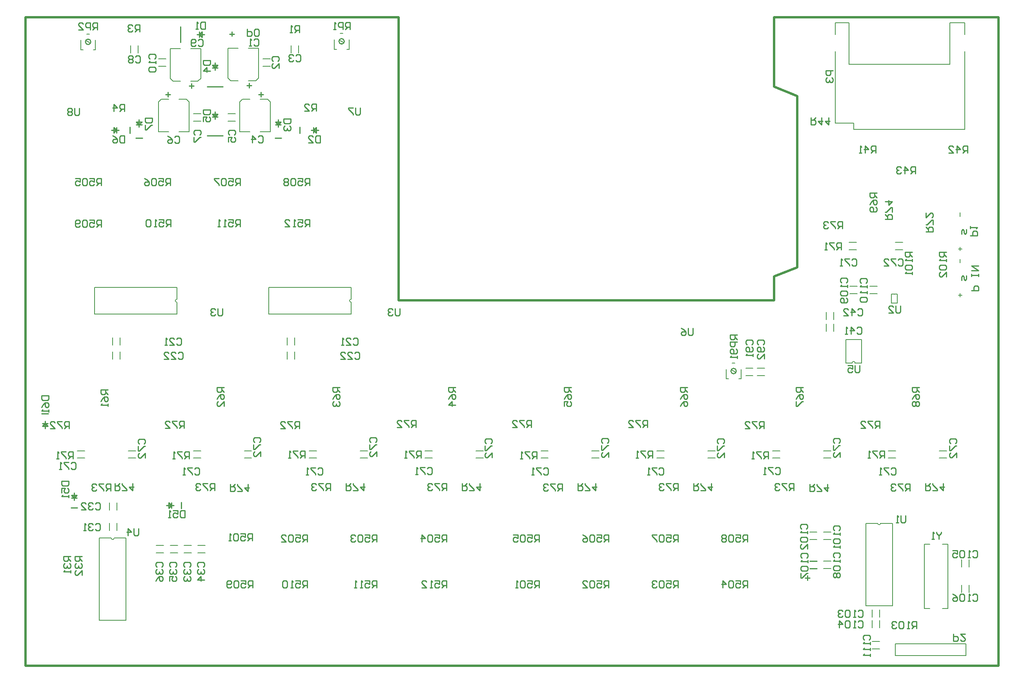
<source format=gbo>
%FSLAX25Y25*%
%MOIN*%
G70*
G01*
G75*
G04 Layer_Color=16776960*
%ADD10C,0.01181*%
%ADD11C,0.03937*%
%ADD12C,0.01575*%
%ADD13C,0.00787*%
%ADD14C,0.02756*%
%ADD15C,0.02953*%
%ADD16C,0.01000*%
%ADD17C,0.01969*%
%ADD18C,0.03937*%
%ADD19C,0.01575*%
%ADD20C,0.11811*%
%ADD21C,0.15748*%
%ADD22C,0.06299*%
%ADD23C,0.04724*%
%ADD24C,0.05906*%
%ADD25R,0.05906X0.05906*%
%ADD26C,0.07874*%
%ADD27R,0.11024X0.14173*%
%ADD28C,0.02756*%
%ADD29R,0.06693X0.04921*%
%ADD30R,0.04803X0.03583*%
%ADD31R,0.03583X0.04803*%
%ADD32R,0.06575X0.06496*%
%ADD33R,0.06496X0.06575*%
%ADD34R,0.13386X0.06890*%
%ADD35R,0.06890X0.13386*%
%ADD36R,0.04921X0.06693*%
%ADD37R,0.07874X0.02362*%
%ADD38O,0.07874X0.02362*%
%ADD39R,0.07874X0.21654*%
%ADD40R,0.02756X0.09843*%
%ADD41R,0.02559X0.13780*%
%ADD42R,0.04331X0.14921*%
%ADD43R,0.10630X0.11811*%
%ADD44R,0.03937X0.01181*%
%ADD45O,0.03937X0.01181*%
%ADD46R,0.06299X0.06299*%
%ADD47R,0.04331X0.06299*%
%ADD48O,0.02362X0.07874*%
%ADD49R,0.02362X0.07874*%
%ADD50R,0.06299X0.12598*%
%ADD51R,0.33465X0.41732*%
%ADD52R,0.13386X0.03937*%
%ADD53C,0.02362*%
%ADD54C,0.11811*%
%ADD55C,0.04737*%
%ADD56C,0.02375*%
%ADD57C,0.12611*%
%ADD58C,0.16548*%
%ADD59C,0.07099*%
%ADD60C,0.05524*%
%ADD61C,0.06706*%
%ADD62R,0.06706X0.06706*%
%ADD63C,0.08674*%
%ADD64R,0.11824X0.14973*%
%ADD65C,0.03556*%
%ADD66R,0.07493X0.05721*%
%ADD67R,0.05603X0.04383*%
%ADD68R,0.04383X0.05603*%
%ADD69R,0.07375X0.07296*%
%ADD70R,0.07296X0.07375*%
%ADD71R,0.14186X0.07690*%
%ADD72R,0.07690X0.14186*%
%ADD73R,0.05721X0.07493*%
%ADD74R,0.08674X0.03162*%
%ADD75O,0.08674X0.03162*%
%ADD76R,0.08674X0.22453*%
%ADD77R,0.03556X0.10642*%
%ADD78R,0.03359X0.14579*%
%ADD79R,0.05131X0.15721*%
%ADD80R,0.11430X0.12611*%
%ADD81R,0.04737X0.01981*%
%ADD82O,0.04737X0.01981*%
%ADD83R,0.07099X0.07099*%
%ADD84R,0.05131X0.07099*%
%ADD85O,0.03162X0.08674*%
%ADD86R,0.03162X0.08674*%
%ADD87R,0.07099X0.13398*%
%ADD88R,0.34265X0.42532*%
%ADD89R,0.14186X0.04737*%
D13*
X72766Y108406D02*
G03*
X75266Y108406I1250J0D01*
G01*
X723947Y121004D02*
G03*
X726447Y121004I1250J0D01*
G01*
X737697Y315945D02*
G03*
X738681Y315945I492J0D01*
G01*
X704793Y257343D02*
G03*
X702293Y257343I-1250J0D01*
G01*
X276516Y311486D02*
G03*
X276516Y308986I0J-1250D01*
G01*
X128484Y311486D02*
G03*
X128484Y308986I0J-1250D01*
G01*
X111024Y95768D02*
X117323D01*
X111024Y102067D02*
X117323D01*
X122835Y95768D02*
X129134D01*
X122835Y102067D02*
X129134D01*
X134646Y95768D02*
X140945D01*
X134646Y102067D02*
X140945D01*
X146457Y95768D02*
X152756D01*
X146457Y102067D02*
X152756D01*
X733071Y182677D02*
X739370D01*
X733071Y176378D02*
X739370D01*
X776378D02*
X782677D01*
X776378Y182677D02*
X782677D01*
X634646D02*
X640945D01*
X634646Y176378D02*
X640945D01*
X677953D02*
X684252D01*
X677953Y182677D02*
X684252D01*
X536221D02*
X542520D01*
X536221Y176378D02*
X542520D01*
X579528D02*
X585827D01*
X579528Y182677D02*
X585827D01*
X437795D02*
X444095D01*
X437795Y176378D02*
X444095D01*
X481102D02*
X487402D01*
X481102Y182677D02*
X487402D01*
X382677Y176378D02*
X388977D01*
X382677Y182677D02*
X388977D01*
X339370D02*
X345670D01*
X339370Y176378D02*
X345670D01*
X240945Y182677D02*
X247244D01*
X240945Y176378D02*
X247244D01*
X284252D02*
X290551D01*
X284252Y182677D02*
X290551D01*
X185827Y176378D02*
X192126D01*
X185827Y182677D02*
X192126D01*
X142520D02*
X148819D01*
X142520Y176378D02*
X148819D01*
X87402Y176378D02*
X93701D01*
X87402Y182677D02*
X93701D01*
X44094D02*
X50394D01*
X44094Y176378D02*
X50394D01*
X75266Y108406D02*
X85295D01*
X62736D02*
X72766D01*
X62736Y38406D02*
Y108406D01*
Y38406D02*
X85295D01*
Y108406D01*
X71260Y132284D02*
Y138583D01*
X77559Y132284D02*
Y138583D01*
X71260Y114961D02*
Y121260D01*
X77559Y114961D02*
Y121260D01*
X677953Y107087D02*
X684252D01*
X677953Y113386D02*
X684252D01*
X666142Y107087D02*
X672441D01*
X666142Y113386D02*
X672441D01*
X677953Y88878D02*
X684252D01*
X677953Y82579D02*
X684252D01*
X801575Y62205D02*
Y68504D01*
X795276Y62205D02*
Y68504D01*
X801575Y83859D02*
Y90158D01*
X795276Y83859D02*
Y90158D01*
X763780Y48622D02*
Y103347D01*
Y48622D02*
X768209D01*
X763780Y103347D02*
X768209D01*
X779035Y48622D02*
X783465D01*
X779035Y103347D02*
X783465D01*
Y48622D02*
Y103347D01*
X726447Y121004D02*
X736477D01*
X713917D02*
X723947D01*
X713917Y51004D02*
Y121004D01*
Y51004D02*
X736477D01*
Y121004D01*
X719291Y41339D02*
Y47638D01*
X725591Y41339D02*
Y47638D01*
X719291Y32284D02*
Y38583D01*
X725591Y32284D02*
Y38583D01*
X719291Y20473D02*
X725591D01*
X719291Y14173D02*
X725591D01*
X738976Y353543D02*
X745276D01*
X738976Y359843D02*
X745276D01*
X699606D02*
X705906D01*
X699606Y353543D02*
X705906D01*
X798032Y536614D02*
Y546457D01*
X785433D02*
X798032D01*
X785433Y519685D02*
Y546457D01*
Y511024D02*
Y519685D01*
X765354Y511024D02*
X785433D01*
X754725D02*
X765354D01*
X737008D02*
X754725D01*
X699606D02*
X737008D01*
X699606D02*
Y546457D01*
X687795D02*
X699606D01*
X687795Y536614D02*
Y546457D01*
Y461024D02*
Y522047D01*
Y461024D02*
X703543D01*
Y455906D02*
Y461024D01*
Y455906D02*
X703937D01*
X798032D02*
Y522047D01*
X703543Y455906D02*
X798032D01*
X700394Y322441D02*
X706693D01*
X700394Y316142D02*
X706693D01*
X717323Y322441D02*
X723622D01*
X717323Y316142D02*
X723622D01*
X738681Y315945D02*
X740748D01*
X735630D02*
X737697D01*
X735630Y308071D02*
Y315945D01*
Y308071D02*
X740748D01*
Y315945D01*
X696851Y257343D02*
Y264449D01*
Y274449D02*
Y277343D01*
Y264449D02*
Y274449D01*
Y277343D02*
X710236D01*
Y257343D02*
Y277343D01*
X704793Y257343D02*
X710236D01*
X696851D02*
X702293D01*
X686614Y284252D02*
Y290551D01*
X680315Y284252D02*
Y290551D01*
X686614Y294095D02*
Y300394D01*
X680315Y294095D02*
Y300394D01*
X595276Y243701D02*
Y251969D01*
X607874Y243701D02*
Y251969D01*
X595276Y243701D02*
X597244D01*
X605906D02*
X607874D01*
X600394Y257087D02*
X602756D01*
X599525Y251558D02*
X603558Y249229D01*
X611811Y252756D02*
X618110D01*
X611811Y246457D02*
X618110D01*
X621654Y252756D02*
X627953D01*
X621654Y246457D02*
X627953D01*
X222441Y260630D02*
Y266929D01*
X228740Y260630D02*
Y266929D01*
X222441Y272441D02*
Y278740D01*
X228740Y272441D02*
Y278740D01*
X74016Y260630D02*
Y266929D01*
X80315Y260630D02*
Y266929D01*
X74016Y272441D02*
Y278740D01*
X80315Y272441D02*
Y278740D01*
X206516Y298957D02*
X276516D01*
X206516D02*
Y321516D01*
X276516D01*
Y311486D02*
Y321516D01*
Y298957D02*
Y308986D01*
X58484Y298957D02*
X128484D01*
X58484D02*
Y321516D01*
X128484D01*
Y311486D02*
Y321516D01*
Y298957D02*
Y308986D01*
X172047Y469292D02*
X178347D01*
X172047Y462992D02*
X178347D01*
X142520Y469292D02*
X148819D01*
X142520Y462992D02*
X148819D01*
X201575Y509449D02*
X207874D01*
X201575Y515748D02*
X207874D01*
X199213Y453937D02*
X207874D01*
X181890D02*
X190551D01*
X184252Y481496D02*
X190551D01*
X181890Y479134D02*
X184252Y481496D01*
X181890Y453937D02*
Y479134D01*
X207874Y453937D02*
Y479134D01*
X205512Y481496D02*
X207874Y479134D01*
X199213Y481496D02*
X205512D01*
X172047Y524803D02*
X180709D01*
X189370D02*
X198031D01*
X189370Y497244D02*
X195669D01*
X198031Y499607D01*
Y524803D01*
X172047Y499607D02*
Y524803D01*
Y499607D02*
X174409Y497244D01*
X180709D01*
X231890Y520866D02*
Y527166D01*
X225590Y520866D02*
Y527166D01*
X262205Y524016D02*
Y532284D01*
X274803Y524016D02*
Y532284D01*
X262205Y524016D02*
X264173D01*
X272835D02*
X274803D01*
X267323Y537402D02*
X269685D01*
X266454Y531873D02*
X270488Y529544D01*
X122835Y524410D02*
X131496D01*
X140157D02*
X148819D01*
X140157Y496851D02*
X146457D01*
X148819Y499213D01*
Y524410D01*
X122835Y499213D02*
Y524410D01*
Y499213D02*
X125197Y496851D01*
X131496D01*
X739094Y18386D02*
X799094D01*
X739094Y8386D02*
X799094D01*
X739094D02*
Y18386D01*
X799094Y8386D02*
Y18386D01*
X46850Y523622D02*
Y531890D01*
X59449Y523622D02*
Y531890D01*
X46850Y523622D02*
X48819D01*
X57480D02*
X59449D01*
X51968Y537008D02*
X54331D01*
X51099Y531480D02*
X55133Y529151D01*
X89370Y520866D02*
Y527165D01*
X95670Y520866D02*
Y527165D01*
X112992Y509449D02*
X119291D01*
X112992Y515748D02*
X119291D01*
X130315Y453937D02*
X138977D01*
X112992D02*
X121654D01*
X115355Y481496D02*
X121654D01*
X112992Y479134D02*
X115355Y481496D01*
X112992Y453937D02*
Y479134D01*
X138977Y453937D02*
Y479134D01*
X136614Y481496D02*
X138977Y479134D01*
X130315Y481496D02*
X136614D01*
X794095Y381890D02*
Y385040D01*
Y352756D02*
Y355906D01*
X792520Y354331D02*
X795669D01*
X794095Y342520D02*
Y345670D01*
Y313386D02*
Y316536D01*
X792520Y314961D02*
X795669D01*
D16*
X603870Y250394D02*
G03*
X603870Y250394I-2296J0D01*
G01*
X270800Y530709D02*
G03*
X270800Y530709I-2296J0D01*
G01*
X55445Y530315D02*
G03*
X55445Y530315I-2296J0D01*
G01*
X16929Y205512D02*
X18898Y203543D01*
X14173D02*
X18898D01*
X14173D02*
X16535Y205906D01*
X14173D02*
X18898D01*
X16535Y201575D02*
Y207874D01*
X13780Y214173D02*
X19291D01*
X38976Y144882D02*
X40945Y142913D01*
X38976Y144882D02*
X43701D01*
X41339Y142520D02*
X43701Y144882D01*
X38976Y142520D02*
X43701D01*
X41339Y140551D02*
Y146850D01*
X38583Y134252D02*
X44094D01*
X121654Y133859D02*
X123622Y135827D01*
X121654Y133859D02*
Y138583D01*
X124016Y136221D01*
Y133859D02*
Y138583D01*
X119685Y136221D02*
X125984D01*
X132283Y133465D02*
Y138977D01*
X93701Y448425D02*
X99213D01*
X96457Y457874D02*
Y464173D01*
X94095Y459842D02*
X98819D01*
X96457D02*
X98819Y462205D01*
X94095D02*
X98819D01*
X94095D02*
X96063Y460236D01*
X88583Y452362D02*
Y457874D01*
X72835Y455118D02*
X79134D01*
X77165Y452756D02*
Y457480D01*
X74803D02*
X77165Y455118D01*
X74803Y452756D02*
Y457480D01*
Y452756D02*
X76772Y454725D01*
X158661Y468898D02*
X163386D01*
X158661D02*
X160630Y466929D01*
X161024Y466536D02*
X163386Y468898D01*
X158661Y466536D02*
X163386D01*
X161024Y464567D02*
Y470866D01*
X154331Y450394D02*
X167717D01*
X158661Y510630D02*
X163386D01*
X158661D02*
X160630Y508662D01*
X161024Y508268D02*
X163386Y510630D01*
X158661Y508268D02*
X163386D01*
X161024Y506299D02*
Y512599D01*
X154331Y492126D02*
X167717D01*
X211811Y448425D02*
X217323D01*
X214567Y457874D02*
Y464173D01*
X212205Y459842D02*
X216929D01*
X214567D02*
X216929Y462205D01*
X212205D02*
X216929D01*
X212205D02*
X214173Y460236D01*
X233071Y452362D02*
Y457874D01*
X242520Y455118D02*
X248819D01*
X244488Y452756D02*
Y457480D01*
Y455118D02*
X246850Y452756D01*
Y457480D01*
X244882Y455512D02*
X246850Y457480D01*
X150000Y534252D02*
Y538976D01*
X148031Y537008D02*
X150000Y538976D01*
X147638Y536614D02*
X150000Y534252D01*
X147638D02*
Y538976D01*
X145669Y536614D02*
X151969D01*
X131496Y529921D02*
Y543307D01*
X173228Y537008D02*
X177165D01*
X175197Y535039D02*
Y538976D01*
X666142Y82579D02*
X672441D01*
X666142Y88878D02*
X672441D01*
X667244Y465977D02*
Y459979D01*
X670243D01*
X671242Y460979D01*
Y462978D01*
X670243Y463978D01*
X667244D01*
X669243D02*
X671242Y465977D01*
X676241D02*
Y459979D01*
X673242Y462978D01*
X677241D01*
X682239Y465977D02*
Y459979D01*
X679240Y462978D01*
X683239D01*
X188189Y541339D02*
Y535340D01*
X191188D01*
X192188Y536340D01*
Y538340D01*
X191188Y539339D01*
X188189D01*
X194187Y536340D02*
X195187Y535340D01*
X197186D01*
X198186Y536340D01*
Y540339D01*
X197186Y541339D01*
X195187D01*
X194187Y540339D01*
Y536340D01*
X152756Y547337D02*
Y541339D01*
X149757D01*
X148757Y542338D01*
Y546337D01*
X149757Y547337D01*
X152756D01*
X146758Y541339D02*
X144758D01*
X145758D01*
Y547337D01*
X146758Y546337D01*
X566929Y286707D02*
Y281708D01*
X565929Y280709D01*
X563930D01*
X562930Y281708D01*
Y286707D01*
X556932D02*
X558932Y285707D01*
X560931Y283708D01*
Y281708D01*
X559931Y280709D01*
X557932D01*
X556932Y281708D01*
Y282708D01*
X557932Y283708D01*
X560931D01*
X747638Y127652D02*
Y122653D01*
X746638Y121653D01*
X744639D01*
X743639Y122653D01*
Y127652D01*
X741640Y121653D02*
X739640D01*
X740640D01*
Y127652D01*
X741640Y126652D01*
X685827Y505905D02*
X679829D01*
Y502907D01*
X680828Y501907D01*
X682828D01*
X683827Y502907D01*
Y505905D01*
X680828Y499907D02*
X679829Y498908D01*
Y496908D01*
X680828Y495909D01*
X681828D01*
X682828Y496908D01*
Y497908D01*
Y496908D01*
X683827Y495909D01*
X684827D01*
X685827Y496908D01*
Y498908D01*
X684827Y499907D01*
X194033Y531770D02*
X195033Y532770D01*
X197032D01*
X198031Y531770D01*
Y527771D01*
X197032Y526772D01*
X195033D01*
X194033Y527771D01*
X192033Y526772D02*
X190034D01*
X191034D01*
Y532770D01*
X192033Y531770D01*
X210356Y513718D02*
X209356Y514717D01*
Y516717D01*
X210356Y517717D01*
X214355D01*
X215354Y516717D01*
Y514717D01*
X214355Y513718D01*
X215354Y507720D02*
Y511719D01*
X211356Y507720D01*
X210356D01*
X209356Y508719D01*
Y510719D01*
X210356Y511719D01*
X229466Y518384D02*
X230466Y519384D01*
X232465D01*
X233465Y518384D01*
Y514386D01*
X232465Y513386D01*
X230466D01*
X229466Y514386D01*
X227467Y518384D02*
X226467Y519384D01*
X224467D01*
X223468Y518384D01*
Y517384D01*
X224467Y516385D01*
X225467D01*
X224467D01*
X223468Y515385D01*
Y514386D01*
X224467Y513386D01*
X226467D01*
X227467Y514386D01*
X197576Y449487D02*
X198576Y450486D01*
X200575D01*
X201575Y449487D01*
Y445488D01*
X200575Y444488D01*
X198576D01*
X197576Y445488D01*
X192578Y444488D02*
Y450486D01*
X195577Y447487D01*
X191578D01*
X173348Y451119D02*
X172348Y452119D01*
Y454118D01*
X173348Y455118D01*
X177347D01*
X178347Y454118D01*
Y452119D01*
X177347Y451119D01*
X172348Y445121D02*
Y449120D01*
X175347D01*
X174348Y447121D01*
Y446121D01*
X175347Y445121D01*
X177347D01*
X178347Y446121D01*
Y448120D01*
X177347Y449120D01*
X126710Y449093D02*
X127710Y450093D01*
X129709D01*
X130709Y449093D01*
Y445094D01*
X129709Y444095D01*
X127710D01*
X126710Y445094D01*
X120712Y450093D02*
X122711Y449093D01*
X124711Y447093D01*
Y445094D01*
X123711Y444095D01*
X121712D01*
X120712Y445094D01*
Y446094D01*
X121712Y447093D01*
X124711D01*
X143821Y451119D02*
X142821Y452119D01*
Y454118D01*
X143821Y455118D01*
X147819D01*
X148819Y454118D01*
Y452119D01*
X147819Y451119D01*
X142821Y449120D02*
Y445121D01*
X143821D01*
X147819Y449120D01*
X148819D01*
X93246Y517597D02*
X94245Y518597D01*
X96245D01*
X97244Y517597D01*
Y513598D01*
X96245Y512599D01*
X94245D01*
X93246Y513598D01*
X91246Y517597D02*
X90246Y518597D01*
X88247D01*
X87247Y517597D01*
Y516597D01*
X88247Y515598D01*
X87247Y514598D01*
Y513598D01*
X88247Y512599D01*
X90246D01*
X91246Y513598D01*
Y514598D01*
X90246Y515598D01*
X91246Y516597D01*
Y517597D01*
X90246Y515598D02*
X88247D01*
X146789Y531376D02*
X147788Y532376D01*
X149788D01*
X150787Y531376D01*
Y527378D01*
X149788Y526378D01*
X147788D01*
X146789Y527378D01*
X144789D02*
X143790Y526378D01*
X141790D01*
X140791Y527378D01*
Y531376D01*
X141790Y532376D01*
X143790D01*
X144789Y531376D01*
Y530377D01*
X143790Y529377D01*
X140791D01*
X105632Y515687D02*
X104632Y516686D01*
Y518685D01*
X105632Y519685D01*
X109630D01*
X110630Y518685D01*
Y516686D01*
X109630Y515687D01*
X110630Y513687D02*
Y511688D01*
Y512687D01*
X104632D01*
X105632Y513687D01*
Y508689D02*
X104632Y507689D01*
Y505690D01*
X105632Y504690D01*
X109630D01*
X110630Y505690D01*
Y507689D01*
X109630Y508689D01*
X105632D01*
X128285Y277439D02*
X129284Y278439D01*
X131284D01*
X132283Y277439D01*
Y273441D01*
X131284Y272441D01*
X129284D01*
X128285Y273441D01*
X122287Y272441D02*
X126285D01*
X122287Y276440D01*
Y277439D01*
X123286Y278439D01*
X125286D01*
X126285Y277439D01*
X120287Y272441D02*
X118288D01*
X119288D01*
Y278439D01*
X120287Y277439D01*
X278285D02*
X279284Y278439D01*
X281284D01*
X282283Y277439D01*
Y273441D01*
X281284Y272441D01*
X279284D01*
X278285Y273441D01*
X272287Y272441D02*
X276285D01*
X272287Y276440D01*
Y277439D01*
X273286Y278439D01*
X275286D01*
X276285Y277439D01*
X270287Y272441D02*
X268288D01*
X269288D01*
Y278439D01*
X270287Y277439D01*
X129466Y265628D02*
X130465Y266628D01*
X132465D01*
X133465Y265628D01*
Y261630D01*
X132465Y260630D01*
X130465D01*
X129466Y261630D01*
X123468Y260630D02*
X127466D01*
X123468Y264629D01*
Y265628D01*
X124468Y266628D01*
X126467D01*
X127466Y265628D01*
X117470Y260630D02*
X121468D01*
X117470Y264629D01*
Y265628D01*
X118469Y266628D01*
X120469D01*
X121468Y265628D01*
X279466D02*
X280466Y266628D01*
X282465D01*
X283465Y265628D01*
Y261630D01*
X282465Y260630D01*
X280466D01*
X279466Y261630D01*
X273468Y260630D02*
X277467D01*
X273468Y264629D01*
Y265628D01*
X274467Y266628D01*
X276467D01*
X277467Y265628D01*
X267470Y260630D02*
X271468D01*
X267470Y264629D01*
Y265628D01*
X268469Y266628D01*
X270469D01*
X271468Y265628D01*
X59387Y119959D02*
X60387Y120959D01*
X62386D01*
X63386Y119959D01*
Y115960D01*
X62386Y114961D01*
X60387D01*
X59387Y115960D01*
X57388Y119959D02*
X56388Y120959D01*
X54389D01*
X53389Y119959D01*
Y118959D01*
X54389Y117960D01*
X55388D01*
X54389D01*
X53389Y116960D01*
Y115960D01*
X54389Y114961D01*
X56388D01*
X57388Y115960D01*
X51390Y114961D02*
X49390D01*
X50390D01*
Y120959D01*
X51390Y119959D01*
X59387Y137675D02*
X60387Y138675D01*
X62386D01*
X63386Y137675D01*
Y133677D01*
X62386Y132677D01*
X60387D01*
X59387Y133677D01*
X57388Y137675D02*
X56388Y138675D01*
X54389D01*
X53389Y137675D01*
Y136676D01*
X54389Y135676D01*
X55388D01*
X54389D01*
X53389Y134677D01*
Y133677D01*
X54389Y132677D01*
X56388D01*
X57388Y133677D01*
X47391Y132677D02*
X51390D01*
X47391Y136676D01*
Y137675D01*
X48391Y138675D01*
X50390D01*
X51390Y137675D01*
X135159Y83797D02*
X134159Y84796D01*
Y86796D01*
X135159Y87795D01*
X139158D01*
X140157Y86796D01*
Y84796D01*
X139158Y83797D01*
X135159Y81797D02*
X134159Y80797D01*
Y78798D01*
X135159Y77798D01*
X136159D01*
X137158Y78798D01*
Y79798D01*
Y78798D01*
X138158Y77798D01*
X139158D01*
X140157Y78798D01*
Y80797D01*
X139158Y81797D01*
X135159Y75799D02*
X134159Y74800D01*
Y72800D01*
X135159Y71801D01*
X136159D01*
X137158Y72800D01*
Y73800D01*
Y72800D01*
X138158Y71801D01*
X139158D01*
X140157Y72800D01*
Y74800D01*
X139158Y75799D01*
X146970Y83797D02*
X145970Y84796D01*
Y86796D01*
X146970Y87795D01*
X150969D01*
X151969Y86796D01*
Y84796D01*
X150969Y83797D01*
X146970Y81797D02*
X145970Y80797D01*
Y78798D01*
X146970Y77798D01*
X147970D01*
X148969Y78798D01*
Y79798D01*
Y78798D01*
X149969Y77798D01*
X150969D01*
X151969Y78798D01*
Y80797D01*
X150969Y81797D01*
X151969Y72800D02*
X145970D01*
X148969Y75799D01*
Y71801D01*
X123348Y83797D02*
X122348Y84796D01*
Y86796D01*
X123348Y87795D01*
X127347D01*
X128347Y86796D01*
Y84796D01*
X127347Y83797D01*
X123348Y81797D02*
X122348Y80797D01*
Y78798D01*
X123348Y77798D01*
X124348D01*
X125347Y78798D01*
Y79798D01*
Y78798D01*
X126347Y77798D01*
X127347D01*
X128347Y78798D01*
Y80797D01*
X127347Y81797D01*
X122348Y71801D02*
Y75799D01*
X125347D01*
X124348Y73800D01*
Y72800D01*
X125347Y71801D01*
X127347D01*
X128347Y72800D01*
Y74800D01*
X127347Y75799D01*
X111537Y83797D02*
X110537Y84796D01*
Y86796D01*
X111537Y87795D01*
X115536D01*
X116535Y86796D01*
Y84796D01*
X115536Y83797D01*
X111537Y81797D02*
X110537Y80797D01*
Y78798D01*
X111537Y77798D01*
X112537D01*
X113536Y78798D01*
Y79798D01*
Y78798D01*
X114536Y77798D01*
X115536D01*
X116535Y78798D01*
Y80797D01*
X115536Y81797D01*
X110537Y71801D02*
X111537Y73800D01*
X113536Y75799D01*
X115536D01*
X116535Y74800D01*
Y72800D01*
X115536Y71801D01*
X114536D01*
X113536Y72800D01*
Y75799D01*
X706238Y286888D02*
X707237Y287888D01*
X709236D01*
X710236Y286888D01*
Y282889D01*
X709236Y281890D01*
X707237D01*
X706238Y282889D01*
X701239Y281890D02*
Y287888D01*
X704238Y284889D01*
X700240D01*
X698240Y281890D02*
X696241D01*
X697240D01*
Y287888D01*
X698240Y286888D01*
X707025Y302636D02*
X708025Y303636D01*
X710024D01*
X711024Y302636D01*
Y298638D01*
X710024Y297638D01*
X708025D01*
X707025Y298638D01*
X702027Y297638D02*
Y303636D01*
X705026Y300637D01*
X701027D01*
X695029Y297638D02*
X699027D01*
X695029Y301637D01*
Y302636D01*
X696029Y303636D01*
X698028D01*
X699027Y302636D01*
X38521Y171927D02*
X39521Y172927D01*
X41520D01*
X42520Y171927D01*
Y167929D01*
X41520Y166929D01*
X39521D01*
X38521Y167929D01*
X36522Y172927D02*
X32523D01*
Y171927D01*
X36522Y167929D01*
Y166929D01*
X30524D02*
X28524D01*
X29524D01*
Y172927D01*
X30524Y171927D01*
X143639Y167203D02*
X144639Y168203D01*
X146638D01*
X147638Y167203D01*
Y163204D01*
X146638Y162205D01*
X144639D01*
X143639Y163204D01*
X141640Y168203D02*
X137641D01*
Y167203D01*
X141640Y163204D01*
Y162205D01*
X135642D02*
X133642D01*
X134642D01*
Y168203D01*
X135642Y167203D01*
X248363D02*
X249363Y168203D01*
X251362D01*
X252362Y167203D01*
Y163204D01*
X251362Y162205D01*
X249363D01*
X248363Y163204D01*
X246364Y168203D02*
X242365D01*
Y167203D01*
X246364Y163204D01*
Y162205D01*
X240366D02*
X238367D01*
X239366D01*
Y168203D01*
X240366Y167203D01*
X341277Y167597D02*
X342277Y168596D01*
X344276D01*
X345276Y167597D01*
Y163598D01*
X344276Y162598D01*
X342277D01*
X341277Y163598D01*
X339278Y168596D02*
X335279D01*
Y167597D01*
X339278Y163598D01*
Y162598D01*
X333279D02*
X331280D01*
X332280D01*
Y168596D01*
X333279Y167597D01*
X440096Y167203D02*
X441095Y168203D01*
X443095D01*
X444095Y167203D01*
Y163204D01*
X443095Y162205D01*
X441095D01*
X440096Y163204D01*
X438096Y168203D02*
X434098D01*
Y167203D01*
X438096Y163204D01*
Y162205D01*
X432098D02*
X430099D01*
X431099D01*
Y168203D01*
X432098Y167203D01*
X538127D02*
X539127Y168203D01*
X541126D01*
X542126Y167203D01*
Y163204D01*
X541126Y162205D01*
X539127D01*
X538127Y163204D01*
X536128Y168203D02*
X532129D01*
Y167203D01*
X536128Y163204D01*
Y162205D01*
X530130D02*
X528130D01*
X529130D01*
Y168203D01*
X530130Y167203D01*
X636946Y167597D02*
X637946Y168596D01*
X639945D01*
X640945Y167597D01*
Y163598D01*
X639945Y162598D01*
X637946D01*
X636946Y163598D01*
X634947Y168596D02*
X630948D01*
Y167597D01*
X634947Y163598D01*
Y162598D01*
X628949D02*
X626949D01*
X627949D01*
Y168596D01*
X628949Y167597D01*
X735371Y167203D02*
X736371Y168203D01*
X738370D01*
X739370Y167203D01*
Y163204D01*
X738370Y162205D01*
X736371D01*
X735371Y163204D01*
X733372Y168203D02*
X729373D01*
Y167203D01*
X733372Y163204D01*
Y162205D01*
X727374D02*
X725375D01*
X726374D01*
Y168203D01*
X727374Y167203D01*
X701907Y344762D02*
X702907Y345762D01*
X704906D01*
X705905Y344762D01*
Y340763D01*
X704906Y339764D01*
X702907D01*
X701907Y340763D01*
X699907Y345762D02*
X695909D01*
Y344762D01*
X699907Y340763D01*
Y339764D01*
X693909D02*
X691910D01*
X692910D01*
Y345762D01*
X693909Y344762D01*
X96576Y188521D02*
X95577Y189521D01*
Y191520D01*
X96576Y192520D01*
X100575D01*
X101575Y191520D01*
Y189521D01*
X100575Y188521D01*
X95577Y186522D02*
Y182523D01*
X96576D01*
X100575Y186522D01*
X101575D01*
Y176525D02*
Y180524D01*
X97576Y176525D01*
X96576D01*
X95577Y177524D01*
Y179524D01*
X96576Y180524D01*
X194608Y189702D02*
X193608Y190702D01*
Y192701D01*
X194608Y193701D01*
X198607D01*
X199606Y192701D01*
Y190702D01*
X198607Y189702D01*
X193608Y187703D02*
Y183704D01*
X194608D01*
X198607Y187703D01*
X199606D01*
Y177706D02*
Y181705D01*
X195608Y177706D01*
X194608D01*
X193608Y178706D01*
Y180705D01*
X194608Y181705D01*
X293427Y189702D02*
X292427Y190702D01*
Y192701D01*
X293427Y193701D01*
X297426D01*
X298425Y192701D01*
Y190702D01*
X297426Y189702D01*
X292427Y187703D02*
Y183704D01*
X293427D01*
X297426Y187703D01*
X298425D01*
Y177706D02*
Y181705D01*
X294426Y177706D01*
X293427D01*
X292427Y178706D01*
Y180705D01*
X293427Y181705D01*
X391458Y188915D02*
X390459Y189914D01*
Y191914D01*
X391458Y192913D01*
X395457D01*
X396457Y191914D01*
Y189914D01*
X395457Y188915D01*
X390459Y186915D02*
Y182917D01*
X391458D01*
X395457Y186915D01*
X396457D01*
Y176919D02*
Y180917D01*
X392458Y176919D01*
X391458D01*
X390459Y177918D01*
Y179918D01*
X391458Y180917D01*
X490277Y189308D02*
X489278Y190308D01*
Y192307D01*
X490277Y193307D01*
X494276D01*
X495276Y192307D01*
Y190308D01*
X494276Y189308D01*
X489278Y187309D02*
Y183310D01*
X490277D01*
X494276Y187309D01*
X495276D01*
Y177312D02*
Y181311D01*
X491277Y177312D01*
X490277D01*
X489278Y178312D01*
Y180311D01*
X490277Y181311D01*
X588702Y188915D02*
X587703Y189914D01*
Y191914D01*
X588702Y192913D01*
X592701D01*
X593701Y191914D01*
Y189914D01*
X592701Y188915D01*
X587703Y186915D02*
Y182917D01*
X588702D01*
X592701Y186915D01*
X593701D01*
Y176919D02*
Y180917D01*
X589702Y176919D01*
X588702D01*
X587703Y177918D01*
Y179918D01*
X588702Y180917D01*
X687128Y189308D02*
X686128Y190308D01*
Y192307D01*
X687128Y193307D01*
X691126D01*
X692126Y192307D01*
Y190308D01*
X691126Y189308D01*
X686128Y187309D02*
Y183310D01*
X687128D01*
X691126Y187309D01*
X692126D01*
Y177312D02*
Y181311D01*
X688127Y177312D01*
X687128D01*
X686128Y178312D01*
Y180311D01*
X687128Y181311D01*
X785947Y188915D02*
X784947Y189914D01*
Y191914D01*
X785947Y192913D01*
X789945D01*
X790945Y191914D01*
Y189914D01*
X789945Y188915D01*
X784947Y186915D02*
Y182917D01*
X785947D01*
X789945Y186915D01*
X790945D01*
Y176919D02*
Y180917D01*
X786946Y176919D01*
X785947D01*
X784947Y177918D01*
Y179918D01*
X785947Y180917D01*
X741277Y344762D02*
X742277Y345762D01*
X744276D01*
X745276Y344762D01*
Y340763D01*
X744276Y339764D01*
X742277D01*
X741277Y340763D01*
X739278Y345762D02*
X735279D01*
Y344762D01*
X739278Y340763D01*
Y339764D01*
X729281D02*
X733280D01*
X729281Y343762D01*
Y344762D01*
X730280Y345762D01*
X732280D01*
X733280Y344762D01*
X613112Y272773D02*
X612112Y273773D01*
Y275772D01*
X613112Y276772D01*
X617111D01*
X618110Y275772D01*
Y273773D01*
X617111Y272773D01*
Y270774D02*
X618110Y269774D01*
Y267775D01*
X617111Y266775D01*
X613112D01*
X612112Y267775D01*
Y269774D01*
X613112Y270774D01*
X614112D01*
X615111Y269774D01*
Y266775D01*
X618110Y264775D02*
Y262776D01*
Y263776D01*
X612112D01*
X613112Y264775D01*
X622561Y272773D02*
X621561Y273773D01*
Y275772D01*
X622561Y276772D01*
X626559D01*
X627559Y275772D01*
Y273773D01*
X626559Y272773D01*
Y270774D02*
X627559Y269774D01*
Y267775D01*
X626559Y266775D01*
X622561D01*
X621561Y267775D01*
Y269774D01*
X622561Y270774D01*
X623560D01*
X624560Y269774D01*
Y266775D01*
X627559Y260777D02*
Y264775D01*
X623560Y260777D01*
X622561D01*
X621561Y261776D01*
Y263776D01*
X622561Y264775D01*
X687128Y114899D02*
X686128Y115899D01*
Y117898D01*
X687128Y118898D01*
X691126D01*
X692126Y117898D01*
Y115899D01*
X691126Y114899D01*
X692126Y112900D02*
Y110900D01*
Y111900D01*
X686128D01*
X687128Y112900D01*
Y107901D02*
X686128Y106902D01*
Y104902D01*
X687128Y103902D01*
X691126D01*
X692126Y104902D01*
Y106902D01*
X691126Y107901D01*
X687128D01*
X692126Y101903D02*
Y99904D01*
Y100903D01*
X686128D01*
X687128Y101903D01*
X659175Y116080D02*
X658175Y117080D01*
Y119079D01*
X659175Y120079D01*
X663173D01*
X664173Y119079D01*
Y117080D01*
X663173Y116080D01*
X664173Y114081D02*
Y112081D01*
Y113081D01*
X658175D01*
X659175Y114081D01*
Y109082D02*
X658175Y108083D01*
Y106083D01*
X659175Y105084D01*
X663173D01*
X664173Y106083D01*
Y108083D01*
X663173Y109082D01*
X659175D01*
X664173Y99085D02*
Y103084D01*
X660175Y99085D01*
X659175D01*
X658175Y100085D01*
Y102085D01*
X659175Y103084D01*
X707419Y46337D02*
X708418Y47337D01*
X710418D01*
X711417Y46337D01*
Y42338D01*
X710418Y41339D01*
X708418D01*
X707419Y42338D01*
X705419Y41339D02*
X703420D01*
X704420D01*
Y47337D01*
X705419Y46337D01*
X700421D02*
X699421Y47337D01*
X697422D01*
X696422Y46337D01*
Y42338D01*
X697422Y41339D01*
X699421D01*
X700421Y42338D01*
Y46337D01*
X694423D02*
X693423Y47337D01*
X691424D01*
X690424Y46337D01*
Y45337D01*
X691424Y44338D01*
X692423D01*
X691424D01*
X690424Y43338D01*
Y42338D01*
X691424Y41339D01*
X693423D01*
X694423Y42338D01*
X707419Y37282D02*
X708418Y38282D01*
X710418D01*
X711417Y37282D01*
Y33283D01*
X710418Y32283D01*
X708418D01*
X707419Y33283D01*
X705419Y32283D02*
X703420D01*
X704420D01*
Y38282D01*
X705419Y37282D01*
X700421D02*
X699421Y38282D01*
X697422D01*
X696422Y37282D01*
Y33283D01*
X697422Y32283D01*
X699421D01*
X700421Y33283D01*
Y37282D01*
X691424Y32283D02*
Y38282D01*
X694423Y35282D01*
X690424D01*
X804663Y96731D02*
X805662Y97730D01*
X807662D01*
X808661Y96731D01*
Y92732D01*
X807662Y91732D01*
X805662D01*
X804663Y92732D01*
X802663Y91732D02*
X800664D01*
X801664D01*
Y97730D01*
X802663Y96731D01*
X797665D02*
X796665Y97730D01*
X794666D01*
X793666Y96731D01*
Y92732D01*
X794666Y91732D01*
X796665D01*
X797665Y92732D01*
Y96731D01*
X787668Y97730D02*
X791667D01*
Y94731D01*
X789668Y95731D01*
X788668D01*
X787668Y94731D01*
Y92732D01*
X788668Y91732D01*
X790667D01*
X791667Y92732D01*
X804663Y59723D02*
X805662Y60723D01*
X807662D01*
X808661Y59723D01*
Y55724D01*
X807662Y54724D01*
X805662D01*
X804663Y55724D01*
X802663Y54724D02*
X800664D01*
X801664D01*
Y60723D01*
X802663Y59723D01*
X797665D02*
X796665Y60723D01*
X794666D01*
X793666Y59723D01*
Y55724D01*
X794666Y54724D01*
X796665D01*
X797665Y55724D01*
Y59723D01*
X787668Y60723D02*
X789668Y59723D01*
X791667Y57723D01*
Y55724D01*
X790667Y54724D01*
X788668D01*
X787668Y55724D01*
Y56724D01*
X788668Y57723D01*
X791667D01*
X687128Y91966D02*
X686128Y92965D01*
Y94965D01*
X687128Y95964D01*
X691126D01*
X692126Y94965D01*
Y92965D01*
X691126Y91966D01*
X692126Y89966D02*
Y87967D01*
Y88967D01*
X686128D01*
X687128Y89966D01*
Y84968D02*
X686128Y83968D01*
Y81969D01*
X687128Y80969D01*
X691126D01*
X692126Y81969D01*
Y83968D01*
X691126Y84968D01*
X687128D01*
Y78970D02*
X686128Y77970D01*
Y75971D01*
X687128Y74971D01*
X688127D01*
X689127Y75971D01*
X690127Y74971D01*
X691126D01*
X692126Y75971D01*
Y77970D01*
X691126Y78970D01*
X690127D01*
X689127Y77970D01*
X688127Y78970D01*
X687128D01*
X689127Y77970D02*
Y75971D01*
X693427Y325529D02*
X692427Y326529D01*
Y328528D01*
X693427Y329528D01*
X697426D01*
X698425Y328528D01*
Y326529D01*
X697426Y325529D01*
X698425Y323530D02*
Y321530D01*
Y322530D01*
X692427D01*
X693427Y323530D01*
Y318531D02*
X692427Y317531D01*
Y315532D01*
X693427Y314532D01*
X697426D01*
X698425Y315532D01*
Y317531D01*
X697426Y318531D01*
X693427D01*
X697426Y312533D02*
X698425Y311533D01*
Y309534D01*
X697426Y308534D01*
X693427D01*
X692427Y309534D01*
Y311533D01*
X693427Y312533D01*
X694426D01*
X695426Y311533D01*
Y308534D01*
X709962Y325135D02*
X708963Y326135D01*
Y328134D01*
X709962Y329134D01*
X713961D01*
X714961Y328134D01*
Y326135D01*
X713961Y325135D01*
X714961Y323136D02*
Y321136D01*
Y322136D01*
X708963D01*
X709962Y323136D01*
X714961Y318137D02*
Y316138D01*
Y317138D01*
X708963D01*
X709962Y318137D01*
Y313139D02*
X708963Y312139D01*
Y310140D01*
X709962Y309140D01*
X713961D01*
X714961Y310140D01*
Y312139D01*
X713961Y313139D01*
X709962D01*
X712718Y21985D02*
X711719Y22985D01*
Y24985D01*
X712718Y25984D01*
X716717D01*
X717717Y24985D01*
Y22985D01*
X716717Y21985D01*
X717717Y19986D02*
Y17987D01*
Y18986D01*
X711719D01*
X712718Y19986D01*
X717717Y14988D02*
Y12989D01*
Y13988D01*
X711719D01*
X712718Y14988D01*
X717717Y9989D02*
Y7990D01*
Y8990D01*
X711719D01*
X712718Y9989D01*
X250394Y450486D02*
Y444488D01*
X247395D01*
X246395Y445488D01*
Y449486D01*
X247395Y450486D01*
X250394D01*
X240397Y444488D02*
X244396D01*
X240397Y448487D01*
Y449486D01*
X241396Y450486D01*
X243396D01*
X244396Y449486D01*
X219199Y464960D02*
X225197D01*
Y461961D01*
X224197Y460962D01*
X220198D01*
X219199Y461961D01*
Y464960D01*
X220198Y458962D02*
X219199Y457963D01*
Y455963D01*
X220198Y454964D01*
X221198D01*
X222198Y455963D01*
Y456963D01*
Y455963D01*
X223197Y454964D01*
X224197D01*
X225197Y455963D01*
Y457963D01*
X224197Y458962D01*
X151089Y514567D02*
X157087D01*
Y511568D01*
X156087Y510568D01*
X152088D01*
X151089Y511568D01*
Y514567D01*
X157087Y505570D02*
X151089D01*
X154088Y508569D01*
Y504570D01*
X151089Y472441D02*
X157087D01*
Y469442D01*
X156087Y468442D01*
X152088D01*
X151089Y469442D01*
Y472441D01*
Y462444D02*
Y466443D01*
X154088D01*
X153088Y464443D01*
Y463444D01*
X154088Y462444D01*
X156087D01*
X157087Y463444D01*
Y465443D01*
X156087Y466443D01*
X83858Y450486D02*
Y444488D01*
X80859D01*
X79860Y445488D01*
Y449487D01*
X80859Y450486D01*
X83858D01*
X73861D02*
X75861Y449487D01*
X77860Y447487D01*
Y445488D01*
X76860Y444488D01*
X74861D01*
X73861Y445488D01*
Y446488D01*
X74861Y447487D01*
X77860D01*
X101482Y465354D02*
X107480D01*
Y462355D01*
X106481Y461356D01*
X102482D01*
X101482Y462355D01*
Y465354D01*
Y459356D02*
Y455358D01*
X102482D01*
X106481Y459356D01*
X107480D01*
X135433Y131982D02*
Y125984D01*
X132434D01*
X131434Y126984D01*
Y130983D01*
X132434Y131982D01*
X135433D01*
X125436D02*
X129435D01*
Y128983D01*
X127436Y129983D01*
X126436D01*
X125436Y128983D01*
Y126984D01*
X126436Y125984D01*
X128435D01*
X129435Y126984D01*
X123437Y125984D02*
X121438D01*
X122437D01*
Y131982D01*
X123437Y130983D01*
X30616Y156693D02*
X36614D01*
Y153694D01*
X35614Y152694D01*
X31616D01*
X30616Y153694D01*
Y156693D01*
Y146696D02*
Y150695D01*
X33615D01*
X32616Y148696D01*
Y147696D01*
X33615Y146696D01*
X35614D01*
X36614Y147696D01*
Y149695D01*
X35614Y150695D01*
X36614Y144697D02*
Y142697D01*
Y143697D01*
X30616D01*
X31616Y144697D01*
X13687Y229527D02*
X19685D01*
Y226528D01*
X18685Y225529D01*
X14687D01*
X13687Y226528D01*
Y229527D01*
Y219531D02*
X14687Y221530D01*
X16686Y223529D01*
X18685D01*
X19685Y222530D01*
Y220530D01*
X18685Y219531D01*
X17686D01*
X16686Y220530D01*
Y223529D01*
X19685Y217531D02*
Y215532D01*
Y216532D01*
X13687D01*
X14687Y217531D01*
X802756Y365354D02*
X808754D01*
Y368353D01*
X807754Y369353D01*
X805755D01*
X804755Y368353D01*
Y365354D01*
X802756Y371352D02*
Y373352D01*
Y372352D01*
X808754D01*
X807754Y371352D01*
X788189Y26772D02*
Y20774D01*
X791188D01*
X792188Y21774D01*
Y23773D01*
X791188Y24772D01*
X788189D01*
X798186Y26772D02*
X794187D01*
X798186Y22773D01*
Y21774D01*
X797186Y20774D01*
X795187D01*
X794187Y21774D01*
X803543Y318898D02*
X809541D01*
Y321897D01*
X808542Y322896D01*
X806542D01*
X805543Y321897D01*
Y318898D01*
X809541Y330894D02*
Y332893D01*
Y331893D01*
X803543D01*
Y330894D01*
Y332893D01*
Y335892D02*
X809541D01*
X803543Y339891D01*
X809541D01*
X232677Y538189D02*
Y544187D01*
X229678D01*
X228678Y543187D01*
Y541188D01*
X229678Y540188D01*
X232677D01*
X230678D02*
X228678Y538189D01*
X226679D02*
X224680D01*
X225679D01*
Y544187D01*
X226679Y543187D01*
X246850Y471653D02*
Y477651D01*
X243851D01*
X242852Y476652D01*
Y474652D01*
X243851Y473653D01*
X246850D01*
X244851D02*
X242852Y471653D01*
X236854D02*
X240852D01*
X236854Y475652D01*
Y476652D01*
X237853Y477651D01*
X239853D01*
X240852Y476652D01*
X96851Y538977D02*
Y544975D01*
X93851D01*
X92852Y543975D01*
Y541976D01*
X93851Y540976D01*
X96851D01*
X94851D02*
X92852Y538977D01*
X90852Y543975D02*
X89853Y544975D01*
X87853D01*
X86854Y543975D01*
Y542975D01*
X87853Y541976D01*
X88853D01*
X87853D01*
X86854Y540976D01*
Y539976D01*
X87853Y538977D01*
X89853D01*
X90852Y539976D01*
X83858Y471260D02*
Y477258D01*
X80859D01*
X79860Y476258D01*
Y474259D01*
X80859Y473259D01*
X83858D01*
X81859D02*
X79860Y471260D01*
X74861D02*
Y477258D01*
X77860Y474259D01*
X73861D01*
X38189Y92913D02*
X32191D01*
Y89914D01*
X33191Y88915D01*
X35190D01*
X36190Y89914D01*
Y92913D01*
Y90914D02*
X38189Y88915D01*
X33191Y86915D02*
X32191Y85916D01*
Y83916D01*
X33191Y82917D01*
X34190D01*
X35190Y83916D01*
Y84916D01*
Y83916D01*
X36190Y82917D01*
X37189D01*
X38189Y83916D01*
Y85916D01*
X37189Y86915D01*
X38189Y80917D02*
Y78918D01*
Y79918D01*
X32191D01*
X33191Y80917D01*
X48031Y92913D02*
X42033D01*
Y89914D01*
X43033Y88915D01*
X45033D01*
X46032Y89914D01*
Y92913D01*
Y90914D02*
X48031Y88915D01*
X43033Y86915D02*
X42033Y85916D01*
Y83916D01*
X43033Y82917D01*
X44033D01*
X45033Y83916D01*
Y84916D01*
Y83916D01*
X46032Y82917D01*
X47032D01*
X48031Y83916D01*
Y85916D01*
X47032Y86915D01*
X48031Y76919D02*
Y80917D01*
X44033Y76919D01*
X43033D01*
X42033Y77918D01*
Y79918D01*
X43033Y80917D01*
X722441Y435827D02*
Y441825D01*
X719442D01*
X718442Y440825D01*
Y438826D01*
X719442Y437826D01*
X722441D01*
X720442D02*
X718442Y435827D01*
X713444D02*
Y441825D01*
X716443Y438826D01*
X712444D01*
X710445Y435827D02*
X708446D01*
X709445D01*
Y441825D01*
X710445Y440825D01*
X800394Y435827D02*
Y441825D01*
X797395D01*
X796395Y440825D01*
Y438826D01*
X797395Y437826D01*
X800394D01*
X798394D02*
X796395Y435827D01*
X791397D02*
Y441825D01*
X794396Y438826D01*
X790397D01*
X784399Y435827D02*
X788398D01*
X784399Y439825D01*
Y440825D01*
X785398Y441825D01*
X787398D01*
X788398Y440825D01*
X755905Y418110D02*
Y424108D01*
X752907D01*
X751907Y423109D01*
Y421109D01*
X752907Y420110D01*
X755905D01*
X753906D02*
X751907Y418110D01*
X746908D02*
Y424108D01*
X749907Y421109D01*
X745909D01*
X743909Y423109D02*
X742910Y424108D01*
X740910D01*
X739911Y423109D01*
Y422109D01*
X740910Y421109D01*
X741910D01*
X740910D01*
X739911Y420110D01*
Y419110D01*
X740910Y418110D01*
X742910D01*
X743909Y419110D01*
X70079Y234646D02*
X64081D01*
Y231647D01*
X65080Y230647D01*
X67080D01*
X68079Y231647D01*
Y234646D01*
Y232646D02*
X70079Y230647D01*
X64081Y224649D02*
X65080Y226648D01*
X67080Y228648D01*
X69079D01*
X70079Y227648D01*
Y225649D01*
X69079Y224649D01*
X68079D01*
X67080Y225649D01*
Y228648D01*
X70079Y222650D02*
Y220650D01*
Y221650D01*
X64081D01*
X65080Y222650D01*
X168504Y236614D02*
X162506D01*
Y233615D01*
X163506Y232615D01*
X165505D01*
X166505Y233615D01*
Y236614D01*
Y234615D02*
X168504Y232615D01*
X162506Y226617D02*
X163506Y228617D01*
X165505Y230616D01*
X167504D01*
X168504Y229616D01*
Y227617D01*
X167504Y226617D01*
X166505D01*
X165505Y227617D01*
Y230616D01*
X168504Y220619D02*
Y224618D01*
X164505Y220619D01*
X163506D01*
X162506Y221619D01*
Y223618D01*
X163506Y224618D01*
X266929Y236614D02*
X260931D01*
Y233615D01*
X261931Y232615D01*
X263930D01*
X264930Y233615D01*
Y236614D01*
Y234615D02*
X266929Y232615D01*
X260931Y226617D02*
X261931Y228617D01*
X263930Y230616D01*
X265929D01*
X266929Y229616D01*
Y227617D01*
X265929Y226617D01*
X264930D01*
X263930Y227617D01*
Y230616D01*
X261931Y224618D02*
X260931Y223618D01*
Y221619D01*
X261931Y220619D01*
X262930D01*
X263930Y221619D01*
Y222619D01*
Y221619D01*
X264930Y220619D01*
X265929D01*
X266929Y221619D01*
Y223618D01*
X265929Y224618D01*
X365354Y236614D02*
X359356D01*
Y233615D01*
X360356Y232615D01*
X362355D01*
X363355Y233615D01*
Y236614D01*
Y234615D02*
X365354Y232615D01*
X359356Y226617D02*
X360356Y228617D01*
X362355Y230616D01*
X364355D01*
X365354Y229616D01*
Y227617D01*
X364355Y226617D01*
X363355D01*
X362355Y227617D01*
Y230616D01*
X365354Y221619D02*
X359356D01*
X362355Y224618D01*
Y220619D01*
X463779Y236614D02*
X457782D01*
Y233615D01*
X458781Y232615D01*
X460780D01*
X461780Y233615D01*
Y236614D01*
Y234615D02*
X463779Y232615D01*
X457782Y226617D02*
X458781Y228617D01*
X460780Y230616D01*
X462780D01*
X463779Y229616D01*
Y227617D01*
X462780Y226617D01*
X461780D01*
X460780Y227617D01*
Y230616D01*
X457782Y220619D02*
Y224618D01*
X460780D01*
X459781Y222619D01*
Y221619D01*
X460780Y220619D01*
X462780D01*
X463779Y221619D01*
Y223618D01*
X462780Y224618D01*
X562205Y236614D02*
X556207D01*
Y233615D01*
X557206Y232615D01*
X559206D01*
X560205Y233615D01*
Y236614D01*
Y234615D02*
X562205Y232615D01*
X556207Y226617D02*
X557206Y228617D01*
X559206Y230616D01*
X561205D01*
X562205Y229616D01*
Y227617D01*
X561205Y226617D01*
X560205D01*
X559206Y227617D01*
Y230616D01*
X556207Y220619D02*
X557206Y222619D01*
X559206Y224618D01*
X561205D01*
X562205Y223618D01*
Y221619D01*
X561205Y220619D01*
X560205D01*
X559206Y221619D01*
Y224618D01*
X660630Y236614D02*
X654632D01*
Y233615D01*
X655631Y232615D01*
X657631D01*
X658631Y233615D01*
Y236614D01*
Y234615D02*
X660630Y232615D01*
X654632Y226617D02*
X655631Y228617D01*
X657631Y230616D01*
X659630D01*
X660630Y229616D01*
Y227617D01*
X659630Y226617D01*
X658631D01*
X657631Y227617D01*
Y230616D01*
X654632Y224618D02*
Y220619D01*
X655631D01*
X659630Y224618D01*
X660630D01*
X759449Y236614D02*
X753451D01*
Y233615D01*
X754450Y232615D01*
X756450D01*
X757449Y233615D01*
Y236614D01*
Y234615D02*
X759449Y232615D01*
X753451Y226617D02*
X754450Y228617D01*
X756450Y230616D01*
X758449D01*
X759449Y229616D01*
Y227617D01*
X758449Y226617D01*
X757449D01*
X756450Y227617D01*
Y230616D01*
X754450Y224618D02*
X753451Y223618D01*
Y221619D01*
X754450Y220619D01*
X755450D01*
X756450Y221619D01*
X757449Y220619D01*
X758449D01*
X759449Y221619D01*
Y223618D01*
X758449Y224618D01*
X757449D01*
X756450Y223618D01*
X755450Y224618D01*
X754450D01*
X756450Y223618D02*
Y221619D01*
X723228Y401968D02*
X717230D01*
Y398970D01*
X718230Y397970D01*
X720229D01*
X721229Y398970D01*
Y401968D01*
Y399969D02*
X723228Y397970D01*
X717230Y391972D02*
X718230Y393971D01*
X720229Y395970D01*
X722229D01*
X723228Y394971D01*
Y392971D01*
X722229Y391972D01*
X721229D01*
X720229Y392971D01*
Y395970D01*
X722229Y389972D02*
X723228Y388973D01*
Y386973D01*
X722229Y385974D01*
X718230D01*
X717230Y386973D01*
Y388973D01*
X718230Y389972D01*
X719230D01*
X720229Y388973D01*
Y385974D01*
X40157Y175984D02*
Y181982D01*
X37158D01*
X36159Y180983D01*
Y178983D01*
X37158Y177984D01*
X40157D01*
X38158D02*
X36159Y175984D01*
X34159Y181982D02*
X30161D01*
Y180983D01*
X34159Y176984D01*
Y175984D01*
X28161D02*
X26162D01*
X27162D01*
Y181982D01*
X28161Y180983D01*
X138976Y175984D02*
Y181982D01*
X135977D01*
X134978Y180983D01*
Y178983D01*
X135977Y177984D01*
X138976D01*
X136977D02*
X134978Y175984D01*
X132978Y181982D02*
X128980D01*
Y180983D01*
X132978Y176984D01*
Y175984D01*
X126980D02*
X124981D01*
X125981D01*
Y181982D01*
X126980Y180983D01*
X237402Y176378D02*
Y182376D01*
X234402D01*
X233403Y181376D01*
Y179377D01*
X234402Y178377D01*
X237402D01*
X235402D02*
X233403Y176378D01*
X231403Y182376D02*
X227405D01*
Y181376D01*
X231403Y177378D01*
Y176378D01*
X225406D02*
X223406D01*
X224406D01*
Y182376D01*
X225406Y181376D01*
X335827Y176378D02*
Y182376D01*
X332828D01*
X331828Y181376D01*
Y179377D01*
X332828Y178377D01*
X335827D01*
X333827D02*
X331828Y176378D01*
X329829Y182376D02*
X325830D01*
Y181376D01*
X329829Y177378D01*
Y176378D01*
X323831D02*
X321831D01*
X322831D01*
Y182376D01*
X323831Y181376D01*
X434252Y175984D02*
Y181982D01*
X431253D01*
X430253Y180983D01*
Y178983D01*
X431253Y177984D01*
X434252D01*
X432253D02*
X430253Y175984D01*
X428254Y181982D02*
X424255D01*
Y180983D01*
X428254Y176984D01*
Y175984D01*
X422256D02*
X420257D01*
X421256D01*
Y181982D01*
X422256Y180983D01*
X532677Y176378D02*
Y182376D01*
X529678D01*
X528679Y181376D01*
Y179377D01*
X529678Y178377D01*
X532677D01*
X530678D02*
X528679Y176378D01*
X526679Y182376D02*
X522680D01*
Y181376D01*
X526679Y177378D01*
Y176378D01*
X520681D02*
X518682D01*
X519681D01*
Y182376D01*
X520681Y181376D01*
X631102Y175984D02*
Y181982D01*
X628103D01*
X627104Y180983D01*
Y178983D01*
X628103Y177984D01*
X631102D01*
X629103D02*
X627104Y175984D01*
X625104Y181982D02*
X621106D01*
Y180983D01*
X625104Y176984D01*
Y175984D01*
X619106D02*
X617107D01*
X618107D01*
Y181982D01*
X619106Y180983D01*
X729528Y176378D02*
Y182376D01*
X726529D01*
X725529Y181376D01*
Y179377D01*
X726529Y178377D01*
X729528D01*
X727528D02*
X725529Y176378D01*
X723529Y182376D02*
X719531D01*
Y181376D01*
X723529Y177378D01*
Y176378D01*
X717531D02*
X715532D01*
X716532D01*
Y182376D01*
X717531Y181376D01*
X692913Y353543D02*
Y359541D01*
X689914D01*
X688915Y358542D01*
Y356542D01*
X689914Y355543D01*
X692913D01*
X690914D02*
X688915Y353543D01*
X686915Y359541D02*
X682917D01*
Y358542D01*
X686915Y354543D01*
Y353543D01*
X680917D02*
X678918D01*
X679918D01*
Y359541D01*
X680917Y358542D01*
X37008Y201575D02*
Y207573D01*
X34009D01*
X33009Y206573D01*
Y204574D01*
X34009Y203574D01*
X37008D01*
X35008D02*
X33009Y201575D01*
X31010Y207573D02*
X27011D01*
Y206573D01*
X31010Y202574D01*
Y201575D01*
X21013D02*
X25012D01*
X21013Y205574D01*
Y206573D01*
X22013Y207573D01*
X24012D01*
X25012Y206573D01*
X134646Y201969D02*
Y207967D01*
X131647D01*
X130647Y206967D01*
Y204967D01*
X131647Y203968D01*
X134646D01*
X132646D02*
X130647Y201969D01*
X128648Y207967D02*
X124649D01*
Y206967D01*
X128648Y202968D01*
Y201969D01*
X118651D02*
X122650D01*
X118651Y205967D01*
Y206967D01*
X119650Y207967D01*
X121650D01*
X122650Y206967D01*
X232677Y201575D02*
Y207573D01*
X229678D01*
X228678Y206573D01*
Y204574D01*
X229678Y203574D01*
X232677D01*
X230678D02*
X228678Y201575D01*
X226679Y207573D02*
X222680D01*
Y206573D01*
X226679Y202574D01*
Y201575D01*
X216682D02*
X220681D01*
X216682Y205574D01*
Y206573D01*
X217682Y207573D01*
X219681D01*
X220681Y206573D01*
X331496Y202362D02*
Y208360D01*
X328497D01*
X327497Y207361D01*
Y205361D01*
X328497Y204362D01*
X331496D01*
X329497D02*
X327497Y202362D01*
X325498Y208360D02*
X321499D01*
Y207361D01*
X325498Y203362D01*
Y202362D01*
X315501D02*
X319500D01*
X315501Y206361D01*
Y207361D01*
X316501Y208360D01*
X318500D01*
X319500Y207361D01*
X429528Y202362D02*
Y208360D01*
X426529D01*
X425529Y207361D01*
Y205361D01*
X426529Y204362D01*
X429528D01*
X427528D02*
X425529Y202362D01*
X423529Y208360D02*
X419531D01*
Y207361D01*
X423529Y203362D01*
Y202362D01*
X413533D02*
X417531D01*
X413533Y206361D01*
Y207361D01*
X414532Y208360D01*
X416532D01*
X417531Y207361D01*
X528346Y202362D02*
Y208360D01*
X525347D01*
X524348Y207361D01*
Y205361D01*
X525347Y204362D01*
X528346D01*
X526347D02*
X524348Y202362D01*
X522348Y208360D02*
X518350D01*
Y207361D01*
X522348Y203362D01*
Y202362D01*
X512352D02*
X516350D01*
X512352Y206361D01*
Y207361D01*
X513351Y208360D01*
X515351D01*
X516350Y207361D01*
X627165Y201575D02*
Y207573D01*
X624166D01*
X623167Y206573D01*
Y204574D01*
X624166Y203574D01*
X627165D01*
X625166D02*
X623167Y201575D01*
X621167Y207573D02*
X617169D01*
Y206573D01*
X621167Y202574D01*
Y201575D01*
X611170D02*
X615169D01*
X611170Y205574D01*
Y206573D01*
X612170Y207573D01*
X614170D01*
X615169Y206573D01*
X725591Y201969D02*
Y207967D01*
X722591D01*
X721592Y206967D01*
Y204967D01*
X722591Y203968D01*
X725591D01*
X723591D02*
X721592Y201969D01*
X719593Y207967D02*
X715594D01*
Y206967D01*
X719593Y202968D01*
Y201969D01*
X709596D02*
X713594D01*
X709596Y205967D01*
Y206967D01*
X710595Y207967D01*
X712595D01*
X713594Y206967D01*
X764961Y368898D02*
X770959D01*
Y371897D01*
X769959Y372896D01*
X767960D01*
X766960Y371897D01*
Y368898D01*
Y370897D02*
X764961Y372896D01*
X770959Y374896D02*
Y378894D01*
X769959D01*
X765960Y374896D01*
X764961D01*
Y384893D02*
Y380894D01*
X768959Y384893D01*
X769959D01*
X770959Y383893D01*
Y381893D01*
X769959Y380894D01*
X72441Y148425D02*
Y154423D01*
X69442D01*
X68442Y153424D01*
Y151424D01*
X69442Y150425D01*
X72441D01*
X70442D02*
X68442Y148425D01*
X66443Y154423D02*
X62444D01*
Y153424D01*
X66443Y149425D01*
Y148425D01*
X60445Y153424D02*
X59445Y154423D01*
X57446D01*
X56446Y153424D01*
Y152424D01*
X57446Y151424D01*
X58446D01*
X57446D01*
X56446Y150425D01*
Y149425D01*
X57446Y148425D01*
X59445D01*
X60445Y149425D01*
X160630Y148819D02*
Y154817D01*
X157631D01*
X156631Y153817D01*
Y151818D01*
X157631Y150818D01*
X160630D01*
X158631D02*
X156631Y148819D01*
X154632Y154817D02*
X150633D01*
Y153817D01*
X154632Y149819D01*
Y148819D01*
X148634Y153817D02*
X147634Y154817D01*
X145635D01*
X144635Y153817D01*
Y152818D01*
X145635Y151818D01*
X146634D01*
X145635D01*
X144635Y150818D01*
Y149819D01*
X145635Y148819D01*
X147634D01*
X148634Y149819D01*
X259055Y148819D02*
Y154817D01*
X256056D01*
X255056Y153817D01*
Y151818D01*
X256056Y150818D01*
X259055D01*
X257056D02*
X255056Y148819D01*
X253057Y154817D02*
X249058D01*
Y153817D01*
X253057Y149819D01*
Y148819D01*
X247059Y153817D02*
X246059Y154817D01*
X244060D01*
X243060Y153817D01*
Y152818D01*
X244060Y151818D01*
X245060D01*
X244060D01*
X243060Y150818D01*
Y149819D01*
X244060Y148819D01*
X246059D01*
X247059Y149819D01*
X357480Y148819D02*
Y154817D01*
X354481D01*
X353482Y153817D01*
Y151818D01*
X354481Y150818D01*
X357480D01*
X355481D02*
X353482Y148819D01*
X351482Y154817D02*
X347483D01*
Y153817D01*
X351482Y149819D01*
Y148819D01*
X345484Y153817D02*
X344484Y154817D01*
X342485D01*
X341486Y153817D01*
Y152818D01*
X342485Y151818D01*
X343485D01*
X342485D01*
X341486Y150818D01*
Y149819D01*
X342485Y148819D01*
X344484D01*
X345484Y149819D01*
X455905Y148425D02*
Y154423D01*
X452907D01*
X451907Y153424D01*
Y151424D01*
X452907Y150425D01*
X455905D01*
X453906D02*
X451907Y148425D01*
X449907Y154423D02*
X445909D01*
Y153424D01*
X449907Y149425D01*
Y148425D01*
X443909Y153424D02*
X442910Y154423D01*
X440910D01*
X439911Y153424D01*
Y152424D01*
X440910Y151424D01*
X441910D01*
X440910D01*
X439911Y150425D01*
Y149425D01*
X440910Y148425D01*
X442910D01*
X443909Y149425D01*
X554331Y148819D02*
Y154817D01*
X551332D01*
X550332Y153817D01*
Y151818D01*
X551332Y150818D01*
X554331D01*
X552331D02*
X550332Y148819D01*
X548333Y154817D02*
X544334D01*
Y153817D01*
X548333Y149819D01*
Y148819D01*
X542335Y153817D02*
X541335Y154817D01*
X539336D01*
X538336Y153817D01*
Y152818D01*
X539336Y151818D01*
X540335D01*
X539336D01*
X538336Y150818D01*
Y149819D01*
X539336Y148819D01*
X541335D01*
X542335Y149819D01*
X652756Y148819D02*
Y154817D01*
X649757D01*
X648757Y153817D01*
Y151818D01*
X649757Y150818D01*
X652756D01*
X650757D02*
X648757Y148819D01*
X646758Y154817D02*
X642759D01*
Y153817D01*
X646758Y149819D01*
Y148819D01*
X640760Y153817D02*
X639760Y154817D01*
X637761D01*
X636761Y153817D01*
Y152818D01*
X637761Y151818D01*
X638760D01*
X637761D01*
X636761Y150818D01*
Y149819D01*
X637761Y148819D01*
X639760D01*
X640760Y149819D01*
X751181Y148425D02*
Y154423D01*
X748182D01*
X747182Y153424D01*
Y151424D01*
X748182Y150425D01*
X751181D01*
X749182D02*
X747182Y148425D01*
X745183Y154423D02*
X741184D01*
Y153424D01*
X745183Y149425D01*
Y148425D01*
X739185Y153424D02*
X738185Y154423D01*
X736186D01*
X735186Y153424D01*
Y152424D01*
X736186Y151424D01*
X737186D01*
X736186D01*
X735186Y150425D01*
Y149425D01*
X736186Y148425D01*
X738185D01*
X739185Y149425D01*
X694094Y371653D02*
Y377651D01*
X691095D01*
X690096Y376652D01*
Y374652D01*
X691095Y373653D01*
X694094D01*
X692095D02*
X690096Y371653D01*
X688096Y377651D02*
X684098D01*
Y376652D01*
X688096Y372653D01*
Y371653D01*
X682098Y376652D02*
X681099Y377651D01*
X679099D01*
X678100Y376652D01*
Y375652D01*
X679099Y374652D01*
X680099D01*
X679099D01*
X678100Y373653D01*
Y372653D01*
X679099Y371653D01*
X681099D01*
X682098Y372653D01*
X75984Y154724D02*
Y148726D01*
X78983D01*
X79983Y149726D01*
Y151725D01*
X78983Y152725D01*
X75984D01*
X77984D02*
X79983Y154724D01*
X81982Y148726D02*
X85981D01*
Y149726D01*
X81982Y153725D01*
Y154724D01*
X90979D02*
Y148726D01*
X87980Y151725D01*
X91979D01*
X174016Y154331D02*
Y148333D01*
X177015D01*
X178015Y149332D01*
Y151332D01*
X177015Y152331D01*
X174016D01*
X176015D02*
X178015Y154331D01*
X180014Y148333D02*
X184012D01*
Y149332D01*
X180014Y153331D01*
Y154331D01*
X189011D02*
Y148333D01*
X186012Y151332D01*
X190011D01*
X272441Y154724D02*
Y148726D01*
X275440D01*
X276440Y149726D01*
Y151725D01*
X275440Y152725D01*
X272441D01*
X274440D02*
X276440Y154724D01*
X278439Y148726D02*
X282438D01*
Y149726D01*
X278439Y153725D01*
Y154724D01*
X287436D02*
Y148726D01*
X284437Y151725D01*
X288436D01*
X370866Y154724D02*
Y148726D01*
X373865D01*
X374865Y149726D01*
Y151725D01*
X373865Y152725D01*
X370866D01*
X372866D02*
X374865Y154724D01*
X376864Y148726D02*
X380863D01*
Y149726D01*
X376864Y153725D01*
Y154724D01*
X385861D02*
Y148726D01*
X382862Y151725D01*
X386861D01*
X469291Y154724D02*
Y148726D01*
X472290D01*
X473290Y149726D01*
Y151725D01*
X472290Y152725D01*
X469291D01*
X471291D02*
X473290Y154724D01*
X475289Y148726D02*
X479288D01*
Y149726D01*
X475289Y153725D01*
Y154724D01*
X484286D02*
Y148726D01*
X481287Y151725D01*
X485286D01*
X567717Y154724D02*
Y148726D01*
X570716D01*
X571715Y149726D01*
Y151725D01*
X570716Y152725D01*
X567717D01*
X569716D02*
X571715Y154724D01*
X573715Y148726D02*
X577713D01*
Y149726D01*
X573715Y153725D01*
Y154724D01*
X582712D02*
Y148726D01*
X579713Y151725D01*
X583711D01*
X666142Y154331D02*
Y148333D01*
X669141D01*
X670140Y149332D01*
Y151332D01*
X669141Y152331D01*
X666142D01*
X668141D02*
X670140Y154331D01*
X672140Y148333D02*
X676138D01*
Y149332D01*
X672140Y153331D01*
Y154331D01*
X681137D02*
Y148333D01*
X678138Y151332D01*
X682137D01*
X764567Y154724D02*
Y148726D01*
X767566D01*
X768566Y149726D01*
Y151725D01*
X767566Y152725D01*
X764567D01*
X766566D02*
X768566Y154724D01*
X770565Y148726D02*
X774564D01*
Y149726D01*
X770565Y153725D01*
Y154724D01*
X779562D02*
Y148726D01*
X776563Y151725D01*
X780562D01*
X730315Y379527D02*
X736313D01*
Y382526D01*
X735313Y383526D01*
X733314D01*
X732314Y382526D01*
Y379527D01*
Y381527D02*
X730315Y383526D01*
X736313Y385525D02*
Y389524D01*
X735313D01*
X731315Y385525D01*
X730315D01*
Y394523D02*
X736313D01*
X733314Y391524D01*
Y395522D01*
X753150Y351575D02*
X747152D01*
Y348576D01*
X748151Y347576D01*
X750151D01*
X751150Y348576D01*
Y351575D01*
Y349575D02*
X753150Y347576D01*
Y345577D02*
Y343577D01*
Y344577D01*
X747152D01*
X748151Y345577D01*
Y340578D02*
X747152Y339579D01*
Y337579D01*
X748151Y336580D01*
X752150D01*
X753150Y337579D01*
Y339579D01*
X752150Y340578D01*
X748151D01*
X753150Y334580D02*
Y332581D01*
Y333581D01*
X747152D01*
X748151Y334580D01*
X782283Y351575D02*
X776285D01*
Y348576D01*
X777285Y347576D01*
X779284D01*
X780284Y348576D01*
Y351575D01*
Y349575D02*
X782283Y347576D01*
Y345577D02*
Y343577D01*
Y344577D01*
X776285D01*
X777285Y345577D01*
Y340578D02*
X776285Y339579D01*
Y337579D01*
X777285Y336580D01*
X781284D01*
X782283Y337579D01*
Y339579D01*
X781284Y340578D01*
X777285D01*
X782283Y330582D02*
Y334580D01*
X778285Y330582D01*
X777285D01*
X776285Y331581D01*
Y333581D01*
X777285Y334580D01*
X757087Y31496D02*
Y37494D01*
X754088D01*
X753088Y36494D01*
Y34495D01*
X754088Y33495D01*
X757087D01*
X755087D02*
X753088Y31496D01*
X751089D02*
X749089D01*
X750089D01*
Y37494D01*
X751089Y36494D01*
X746090D02*
X745090Y37494D01*
X743091D01*
X742092Y36494D01*
Y32496D01*
X743091Y31496D01*
X745090D01*
X746090Y32496D01*
Y36494D01*
X740092D02*
X739092Y37494D01*
X737093D01*
X736093Y36494D01*
Y35495D01*
X737093Y34495D01*
X738093D01*
X737093D01*
X736093Y33495D01*
Y32496D01*
X737093Y31496D01*
X739092D01*
X740092Y32496D01*
X192520Y106299D02*
Y112297D01*
X189521D01*
X188521Y111298D01*
Y109298D01*
X189521Y108299D01*
X192520D01*
X190520D02*
X188521Y106299D01*
X182523Y112297D02*
X186522D01*
Y109298D01*
X184522Y110298D01*
X183523D01*
X182523Y109298D01*
Y107299D01*
X183523Y106299D01*
X185522D01*
X186522Y107299D01*
X180524Y111298D02*
X179524Y112297D01*
X177524D01*
X176525Y111298D01*
Y107299D01*
X177524Y106299D01*
X179524D01*
X180524Y107299D01*
Y111298D01*
X174525Y106299D02*
X172526D01*
X173526D01*
Y112297D01*
X174525Y111298D01*
X436221Y66142D02*
Y72140D01*
X433221D01*
X432222Y71140D01*
Y69141D01*
X433221Y68141D01*
X436221D01*
X434221D02*
X432222Y66142D01*
X426224Y72140D02*
X430222D01*
Y69141D01*
X428223Y70140D01*
X427223D01*
X426224Y69141D01*
Y67141D01*
X427223Y66142D01*
X429223D01*
X430222Y67141D01*
X424224Y71140D02*
X423225Y72140D01*
X421225D01*
X420226Y71140D01*
Y67141D01*
X421225Y66142D01*
X423225D01*
X424224Y67141D01*
Y71140D01*
X418226Y66142D02*
X416227D01*
X417227D01*
Y72140D01*
X418226Y71140D01*
X239370Y105118D02*
Y111116D01*
X236371D01*
X235371Y110117D01*
Y108117D01*
X236371Y107117D01*
X239370D01*
X237371D02*
X235371Y105118D01*
X229373Y111116D02*
X233372D01*
Y108117D01*
X231373Y109117D01*
X230373D01*
X229373Y108117D01*
Y106118D01*
X230373Y105118D01*
X232372D01*
X233372Y106118D01*
X227374Y110117D02*
X226374Y111116D01*
X224375D01*
X223375Y110117D01*
Y106118D01*
X224375Y105118D01*
X226374D01*
X227374Y106118D01*
Y110117D01*
X217377Y105118D02*
X221376D01*
X217377Y109117D01*
Y110117D01*
X218377Y111116D01*
X220376D01*
X221376Y110117D01*
X495276Y66142D02*
Y72140D01*
X492277D01*
X491277Y71140D01*
Y69141D01*
X492277Y68141D01*
X495276D01*
X493276D02*
X491277Y66142D01*
X485279Y72140D02*
X489278D01*
Y69141D01*
X487278Y70140D01*
X486278D01*
X485279Y69141D01*
Y67141D01*
X486278Y66142D01*
X488278D01*
X489278Y67141D01*
X483280Y71140D02*
X482280Y72140D01*
X480280D01*
X479281Y71140D01*
Y67141D01*
X480280Y66142D01*
X482280D01*
X483280Y67141D01*
Y71140D01*
X473283Y66142D02*
X477281D01*
X473283Y70140D01*
Y71140D01*
X474282Y72140D01*
X476282D01*
X477281Y71140D01*
X298425Y105118D02*
Y111116D01*
X295426D01*
X294426Y110117D01*
Y108117D01*
X295426Y107117D01*
X298425D01*
X296426D02*
X294426Y105118D01*
X288428Y111116D02*
X292427D01*
Y108117D01*
X290428Y109117D01*
X289428D01*
X288428Y108117D01*
Y106118D01*
X289428Y105118D01*
X291427D01*
X292427Y106118D01*
X286429Y110117D02*
X285429Y111116D01*
X283430D01*
X282430Y110117D01*
Y106118D01*
X283430Y105118D01*
X285429D01*
X286429Y106118D01*
Y110117D01*
X280431D02*
X279431Y111116D01*
X277432D01*
X276432Y110117D01*
Y109117D01*
X277432Y108117D01*
X278432D01*
X277432D01*
X276432Y107117D01*
Y106118D01*
X277432Y105118D01*
X279431D01*
X280431Y106118D01*
X554331Y66142D02*
Y72140D01*
X551332D01*
X550332Y71140D01*
Y69141D01*
X551332Y68141D01*
X554331D01*
X552331D02*
X550332Y66142D01*
X544334Y72140D02*
X548333D01*
Y69141D01*
X546333Y70140D01*
X545334D01*
X544334Y69141D01*
Y67141D01*
X545334Y66142D01*
X547333D01*
X548333Y67141D01*
X542335Y71140D02*
X541335Y72140D01*
X539336D01*
X538336Y71140D01*
Y67141D01*
X539336Y66142D01*
X541335D01*
X542335Y67141D01*
Y71140D01*
X536337D02*
X535337Y72140D01*
X533337D01*
X532338Y71140D01*
Y70140D01*
X533337Y69141D01*
X534337D01*
X533337D01*
X532338Y68141D01*
Y67141D01*
X533337Y66142D01*
X535337D01*
X536337Y67141D01*
X357480Y105118D02*
Y111116D01*
X354481D01*
X353482Y110117D01*
Y108117D01*
X354481Y107117D01*
X357480D01*
X355481D02*
X353482Y105118D01*
X347483Y111116D02*
X351482D01*
Y108117D01*
X349483Y109117D01*
X348483D01*
X347483Y108117D01*
Y106118D01*
X348483Y105118D01*
X350483D01*
X351482Y106118D01*
X345484Y110117D02*
X344484Y111116D01*
X342485D01*
X341486Y110117D01*
Y106118D01*
X342485Y105118D01*
X344484D01*
X345484Y106118D01*
Y110117D01*
X336487Y105118D02*
Y111116D01*
X339486Y108117D01*
X335487D01*
X613386Y66142D02*
Y72140D01*
X610387D01*
X609387Y71140D01*
Y69141D01*
X610387Y68141D01*
X613386D01*
X611386D02*
X609387Y66142D01*
X603389Y72140D02*
X607388D01*
Y69141D01*
X605388Y70140D01*
X604389D01*
X603389Y69141D01*
Y67141D01*
X604389Y66142D01*
X606388D01*
X607388Y67141D01*
X601390Y71140D02*
X600390Y72140D01*
X598391D01*
X597391Y71140D01*
Y67141D01*
X598391Y66142D01*
X600390D01*
X601390Y67141D01*
Y71140D01*
X592393Y66142D02*
Y72140D01*
X595392Y69141D01*
X591393D01*
X436221Y105118D02*
Y111116D01*
X433221D01*
X432222Y110117D01*
Y108117D01*
X433221Y107117D01*
X436221D01*
X434221D02*
X432222Y105118D01*
X426224Y111116D02*
X430222D01*
Y108117D01*
X428223Y109117D01*
X427223D01*
X426224Y108117D01*
Y106118D01*
X427223Y105118D01*
X429223D01*
X430222Y106118D01*
X424224Y110117D02*
X423225Y111116D01*
X421225D01*
X420226Y110117D01*
Y106118D01*
X421225Y105118D01*
X423225D01*
X424224Y106118D01*
Y110117D01*
X414228Y111116D02*
X418226D01*
Y108117D01*
X416227Y109117D01*
X415227D01*
X414228Y108117D01*
Y106118D01*
X415227Y105118D01*
X417227D01*
X418226Y106118D01*
X64173Y408268D02*
Y414266D01*
X61174D01*
X60175Y413266D01*
Y411267D01*
X61174Y410267D01*
X64173D01*
X62174D02*
X60175Y408268D01*
X54176Y414266D02*
X58175D01*
Y411267D01*
X56176Y412266D01*
X55176D01*
X54176Y411267D01*
Y409267D01*
X55176Y408268D01*
X57175D01*
X58175Y409267D01*
X52177Y413266D02*
X51177Y414266D01*
X49178D01*
X48178Y413266D01*
Y409267D01*
X49178Y408268D01*
X51177D01*
X52177Y409267D01*
Y413266D01*
X42180Y414266D02*
X46179D01*
Y411267D01*
X44180Y412266D01*
X43180D01*
X42180Y411267D01*
Y409267D01*
X43180Y408268D01*
X45179D01*
X46179Y409267D01*
X495276Y105118D02*
Y111116D01*
X492277D01*
X491277Y110117D01*
Y108117D01*
X492277Y107117D01*
X495276D01*
X493276D02*
X491277Y105118D01*
X485279Y111116D02*
X489278D01*
Y108117D01*
X487278Y109117D01*
X486278D01*
X485279Y108117D01*
Y106118D01*
X486278Y105118D01*
X488278D01*
X489278Y106118D01*
X483280Y110117D02*
X482280Y111116D01*
X480280D01*
X479281Y110117D01*
Y106118D01*
X480280Y105118D01*
X482280D01*
X483280Y106118D01*
Y110117D01*
X473283Y111116D02*
X475282Y110117D01*
X477281Y108117D01*
Y106118D01*
X476282Y105118D01*
X474282D01*
X473283Y106118D01*
Y107117D01*
X474282Y108117D01*
X477281D01*
X122835Y408268D02*
Y414266D01*
X119836D01*
X118836Y413266D01*
Y411267D01*
X119836Y410267D01*
X122835D01*
X120835D02*
X118836Y408268D01*
X112838Y414266D02*
X116837D01*
Y411267D01*
X114837Y412266D01*
X113838D01*
X112838Y411267D01*
Y409267D01*
X113838Y408268D01*
X115837D01*
X116837Y409267D01*
X110838Y413266D02*
X109839Y414266D01*
X107840D01*
X106840Y413266D01*
Y409267D01*
X107840Y408268D01*
X109839D01*
X110838Y409267D01*
Y413266D01*
X100842Y414266D02*
X102841Y413266D01*
X104841Y411267D01*
Y409267D01*
X103841Y408268D01*
X101841D01*
X100842Y409267D01*
Y410267D01*
X101841Y411267D01*
X104841D01*
X554331Y105118D02*
Y111116D01*
X551332D01*
X550332Y110117D01*
Y108117D01*
X551332Y107117D01*
X554331D01*
X552331D02*
X550332Y105118D01*
X544334Y111116D02*
X548333D01*
Y108117D01*
X546333Y109117D01*
X545334D01*
X544334Y108117D01*
Y106118D01*
X545334Y105118D01*
X547333D01*
X548333Y106118D01*
X542335Y110117D02*
X541335Y111116D01*
X539336D01*
X538336Y110117D01*
Y106118D01*
X539336Y105118D01*
X541335D01*
X542335Y106118D01*
Y110117D01*
X536337Y111116D02*
X532338D01*
Y110117D01*
X536337Y106118D01*
Y105118D01*
X182283Y408268D02*
Y414266D01*
X179284D01*
X178285Y413266D01*
Y411267D01*
X179284Y410267D01*
X182283D01*
X180284D02*
X178285Y408268D01*
X172287Y414266D02*
X176285D01*
Y411267D01*
X174286Y412266D01*
X173286D01*
X172287Y411267D01*
Y409267D01*
X173286Y408268D01*
X175286D01*
X176285Y409267D01*
X170287Y413266D02*
X169288Y414266D01*
X167288D01*
X166289Y413266D01*
Y409267D01*
X167288Y408268D01*
X169288D01*
X170287Y409267D01*
Y413266D01*
X164289Y414266D02*
X160291D01*
Y413266D01*
X164289Y409267D01*
Y408268D01*
X613386Y105118D02*
Y111116D01*
X610387D01*
X609387Y110117D01*
Y108117D01*
X610387Y107117D01*
X613386D01*
X611386D02*
X609387Y105118D01*
X603389Y111116D02*
X607388D01*
Y108117D01*
X605388Y109117D01*
X604389D01*
X603389Y108117D01*
Y106118D01*
X604389Y105118D01*
X606388D01*
X607388Y106118D01*
X601390Y110117D02*
X600390Y111116D01*
X598391D01*
X597391Y110117D01*
Y106118D01*
X598391Y105118D01*
X600390D01*
X601390Y106118D01*
Y110117D01*
X595392D02*
X594392Y111116D01*
X592393D01*
X591393Y110117D01*
Y109117D01*
X592393Y108117D01*
X591393Y107117D01*
Y106118D01*
X592393Y105118D01*
X594392D01*
X595392Y106118D01*
Y107117D01*
X594392Y108117D01*
X595392Y109117D01*
Y110117D01*
X594392Y108117D02*
X592393D01*
X241339Y408268D02*
Y414266D01*
X238340D01*
X237340Y413266D01*
Y411267D01*
X238340Y410267D01*
X241339D01*
X239339D02*
X237340Y408268D01*
X231342Y414266D02*
X235340D01*
Y411267D01*
X233341Y412266D01*
X232342D01*
X231342Y411267D01*
Y409267D01*
X232342Y408268D01*
X234341D01*
X235340Y409267D01*
X229343Y413266D02*
X228343Y414266D01*
X226343D01*
X225344Y413266D01*
Y409267D01*
X226343Y408268D01*
X228343D01*
X229343Y409267D01*
Y413266D01*
X223344D02*
X222345Y414266D01*
X220345D01*
X219346Y413266D01*
Y412266D01*
X220345Y411267D01*
X219346Y410267D01*
Y409267D01*
X220345Y408268D01*
X222345D01*
X223344Y409267D01*
Y410267D01*
X222345Y411267D01*
X223344Y412266D01*
Y413266D01*
X222345Y411267D02*
X220345D01*
X192913Y66142D02*
Y72140D01*
X189914D01*
X188915Y71140D01*
Y69141D01*
X189914Y68141D01*
X192913D01*
X190914D02*
X188915Y66142D01*
X182917Y72140D02*
X186915D01*
Y69141D01*
X184916Y70140D01*
X183916D01*
X182917Y69141D01*
Y67141D01*
X183916Y66142D01*
X185916D01*
X186915Y67141D01*
X180917Y71140D02*
X179918Y72140D01*
X177918D01*
X176919Y71140D01*
Y67141D01*
X177918Y66142D01*
X179918D01*
X180917Y67141D01*
Y71140D01*
X174919Y67141D02*
X173919Y66142D01*
X171920D01*
X170921Y67141D01*
Y71140D01*
X171920Y72140D01*
X173919D01*
X174919Y71140D01*
Y70140D01*
X173919Y69141D01*
X170921D01*
X64173Y372835D02*
Y378833D01*
X61174D01*
X60175Y377833D01*
Y375834D01*
X61174Y374834D01*
X64173D01*
X62174D02*
X60175Y372835D01*
X54176Y378833D02*
X58175D01*
Y375834D01*
X56176Y376833D01*
X55176D01*
X54176Y375834D01*
Y373834D01*
X55176Y372835D01*
X57175D01*
X58175Y373834D01*
X52177Y377833D02*
X51177Y378833D01*
X49178D01*
X48178Y377833D01*
Y373834D01*
X49178Y372835D01*
X51177D01*
X52177Y373834D01*
Y377833D01*
X46179Y373834D02*
X45179Y372835D01*
X43180D01*
X42180Y373834D01*
Y377833D01*
X43180Y378833D01*
X45179D01*
X46179Y377833D01*
Y376833D01*
X45179Y375834D01*
X42180D01*
X239370Y66142D02*
Y72140D01*
X236371D01*
X235371Y71140D01*
Y69141D01*
X236371Y68141D01*
X239370D01*
X237371D02*
X235371Y66142D01*
X229373Y72140D02*
X233372D01*
Y69141D01*
X231373Y70140D01*
X230373D01*
X229373Y69141D01*
Y67141D01*
X230373Y66142D01*
X232372D01*
X233372Y67141D01*
X227374Y66142D02*
X225375D01*
X226374D01*
Y72140D01*
X227374Y71140D01*
X222376D02*
X221376Y72140D01*
X219376D01*
X218377Y71140D01*
Y67141D01*
X219376Y66142D01*
X221376D01*
X222376Y67141D01*
Y71140D01*
X123228Y373228D02*
Y379226D01*
X120229D01*
X119230Y378227D01*
Y376227D01*
X120229Y375228D01*
X123228D01*
X121229D02*
X119230Y373228D01*
X113232Y379226D02*
X117230D01*
Y376227D01*
X115231Y377227D01*
X114231D01*
X113232Y376227D01*
Y374228D01*
X114231Y373228D01*
X116231D01*
X117230Y374228D01*
X111232Y373228D02*
X109233D01*
X110232D01*
Y379226D01*
X111232Y378227D01*
X106234D02*
X105234Y379226D01*
X103235D01*
X102235Y378227D01*
Y374228D01*
X103235Y373228D01*
X105234D01*
X106234Y374228D01*
Y378227D01*
X298425Y66142D02*
Y72140D01*
X295426D01*
X294426Y71140D01*
Y69141D01*
X295426Y68141D01*
X298425D01*
X296426D02*
X294426Y66142D01*
X288428Y72140D02*
X292427D01*
Y69141D01*
X290428Y70140D01*
X289428D01*
X288428Y69141D01*
Y67141D01*
X289428Y66142D01*
X291427D01*
X292427Y67141D01*
X286429Y66142D02*
X284430D01*
X285429D01*
Y72140D01*
X286429Y71140D01*
X281431Y66142D02*
X279431D01*
X280431D01*
Y72140D01*
X281431Y71140D01*
X182283Y373228D02*
Y379226D01*
X179284D01*
X178285Y378227D01*
Y376227D01*
X179284Y375228D01*
X182283D01*
X180284D02*
X178285Y373228D01*
X172287Y379226D02*
X176285D01*
Y376227D01*
X174286Y377227D01*
X173286D01*
X172287Y376227D01*
Y374228D01*
X173286Y373228D01*
X175286D01*
X176285Y374228D01*
X170287Y373228D02*
X168288D01*
X169288D01*
Y379226D01*
X170287Y378227D01*
X165289Y373228D02*
X163290D01*
X164289D01*
Y379226D01*
X165289Y378227D01*
X357480Y66142D02*
Y72140D01*
X354481D01*
X353482Y71140D01*
Y69141D01*
X354481Y68141D01*
X357480D01*
X355481D02*
X353482Y66142D01*
X347483Y72140D02*
X351482D01*
Y69141D01*
X349483Y70140D01*
X348483D01*
X347483Y69141D01*
Y67141D01*
X348483Y66142D01*
X350483D01*
X351482Y67141D01*
X345484Y66142D02*
X343485D01*
X344484D01*
Y72140D01*
X345484Y71140D01*
X336487Y66142D02*
X340486D01*
X336487Y70140D01*
Y71140D01*
X337487Y72140D01*
X339486D01*
X340486Y71140D01*
X241339Y373228D02*
Y379226D01*
X238340D01*
X237340Y378227D01*
Y376227D01*
X238340Y375228D01*
X241339D01*
X239339D02*
X237340Y373228D01*
X231342Y379226D02*
X235340D01*
Y376227D01*
X233341Y377227D01*
X232342D01*
X231342Y376227D01*
Y374228D01*
X232342Y373228D01*
X234341D01*
X235340Y374228D01*
X229343Y373228D02*
X227343D01*
X228343D01*
Y379226D01*
X229343Y378227D01*
X220345Y373228D02*
X224344D01*
X220345Y377227D01*
Y378227D01*
X221345Y379226D01*
X223344D01*
X224344Y378227D01*
X275590Y540945D02*
Y546943D01*
X272591D01*
X271592Y545943D01*
Y543944D01*
X272591Y542944D01*
X275590D01*
X273591D02*
X271592Y540945D01*
X269592D02*
Y546943D01*
X266594D01*
X265594Y545943D01*
Y543944D01*
X266594Y542944D01*
X269592D01*
X263594Y540945D02*
X261595D01*
X262595D01*
Y546943D01*
X263594Y545943D01*
X61024Y540551D02*
Y546549D01*
X58025D01*
X57025Y545550D01*
Y543550D01*
X58025Y542551D01*
X61024D01*
X59024D02*
X57025Y540551D01*
X55026D02*
Y546549D01*
X52026D01*
X51027Y545550D01*
Y543550D01*
X52026Y542551D01*
X55026D01*
X45029Y540551D02*
X49027D01*
X45029Y544550D01*
Y545550D01*
X46029Y546549D01*
X48028D01*
X49027Y545550D01*
X604724Y281102D02*
X598726D01*
Y278103D01*
X599726Y277104D01*
X601725D01*
X602725Y278103D01*
Y281102D01*
Y279103D02*
X604724Y277104D01*
Y275104D02*
X598726D01*
Y272105D01*
X599726Y271106D01*
X601725D01*
X602725Y272105D01*
Y275104D01*
X603725Y269106D02*
X604724Y268107D01*
Y266107D01*
X603725Y265107D01*
X599726D01*
X598726Y266107D01*
Y268107D01*
X599726Y269106D01*
X600726D01*
X601725Y268107D01*
Y265107D01*
X604724Y263108D02*
Y261109D01*
Y262108D01*
X598726D01*
X599726Y263108D01*
X167323Y303636D02*
Y298638D01*
X166323Y297638D01*
X164324D01*
X163324Y298638D01*
Y303636D01*
X161325Y302636D02*
X160325Y303636D01*
X158326D01*
X157326Y302636D01*
Y301637D01*
X158326Y300637D01*
X159325D01*
X158326D01*
X157326Y299637D01*
Y298638D01*
X158326Y297638D01*
X160325D01*
X161325Y298638D01*
X318110Y303636D02*
Y298638D01*
X317111Y297638D01*
X315111D01*
X314111Y298638D01*
Y303636D01*
X312112Y302636D02*
X311112Y303636D01*
X309113D01*
X308114Y302636D01*
Y301637D01*
X309113Y300637D01*
X310113D01*
X309113D01*
X308114Y299637D01*
Y298638D01*
X309113Y297638D01*
X311112D01*
X312112Y298638D01*
X96063Y116628D02*
Y111630D01*
X95063Y110630D01*
X93064D01*
X92064Y111630D01*
Y116628D01*
X87066Y110630D02*
Y116628D01*
X90065Y113629D01*
X86066D01*
X284252Y474108D02*
Y469110D01*
X283252Y468110D01*
X281253D01*
X280253Y469110D01*
Y474108D01*
X278254D02*
X274255D01*
Y473109D01*
X278254Y469110D01*
Y468110D01*
X45669Y473715D02*
Y468716D01*
X44670Y467717D01*
X42670D01*
X41671Y468716D01*
Y473715D01*
X39671Y472715D02*
X38672Y473715D01*
X36672D01*
X35673Y472715D01*
Y471715D01*
X36672Y470716D01*
X35673Y469716D01*
Y468716D01*
X36672Y467717D01*
X38672D01*
X39671Y468716D01*
Y469716D01*
X38672Y470716D01*
X39671Y471715D01*
Y472715D01*
X38672Y470716D02*
X36672D01*
X743307Y305998D02*
Y301000D01*
X742307Y300000D01*
X740308D01*
X739308Y301000D01*
Y305998D01*
X733310Y300000D02*
X737309D01*
X733310Y303999D01*
Y304998D01*
X734310Y305998D01*
X736309D01*
X737309Y304998D01*
X777953Y113478D02*
Y112479D01*
X775953Y110479D01*
X773954Y112479D01*
Y113478D01*
X775953Y110479D02*
Y107480D01*
X771955D02*
X769955D01*
X770955D01*
Y113478D01*
X771955Y112479D01*
X708661Y255211D02*
Y250212D01*
X707662Y249213D01*
X705662D01*
X704663Y250212D01*
Y255211D01*
X698665D02*
X702663D01*
Y252212D01*
X700664Y253211D01*
X699664D01*
X698665Y252212D01*
Y250212D01*
X699664Y249213D01*
X701664D01*
X702663Y250212D01*
X659569Y91671D02*
X658569Y92670D01*
Y94670D01*
X659569Y95669D01*
X663567D01*
X664567Y94670D01*
Y92670D01*
X663567Y91671D01*
X664567Y89671D02*
Y87672D01*
Y88672D01*
X658569D01*
X659569Y89671D01*
Y84673D02*
X658569Y83673D01*
Y81674D01*
X659569Y80674D01*
X663567D01*
X664567Y81674D01*
Y83673D01*
X663567Y84673D01*
X659569D01*
X658569Y78675D02*
Y74676D01*
X659569D01*
X663567Y78675D01*
X664567D01*
X198032Y485584D02*
X202030D01*
X200031Y483584D02*
Y487583D01*
X192126Y493157D02*
X188127D01*
X190127Y495156D02*
Y491157D01*
X142913Y492763D02*
X138915D01*
X140914Y494762D02*
Y490764D01*
X118898Y485584D02*
X122896D01*
X120897Y483584D02*
Y487583D01*
X664416Y72441D02*
Y76440D01*
X666416Y74440D02*
X662417D01*
X795276Y366929D02*
Y369928D01*
X796275Y370928D01*
X797275Y369928D01*
Y367929D01*
X798275Y366929D01*
X799274Y367929D01*
Y370928D01*
X795276Y327559D02*
Y330558D01*
X796275Y331558D01*
X797275Y330558D01*
Y328559D01*
X798275Y327559D01*
X799274Y328559D01*
Y331558D01*
D17*
X-0Y551181D02*
X-0D01*
Y0D02*
Y551181D01*
Y0D02*
X826772D01*
Y551181D01*
X635827D02*
X826772D01*
X635827Y492126D02*
Y551181D01*
X316929Y310630D02*
X635827D01*
X316929D02*
X316929D01*
X316929D02*
Y551181D01*
X-0Y551181D02*
X316929D01*
X655512Y338583D02*
Y484252D01*
X635827Y492126D02*
X655512Y484252D01*
X635827Y310630D02*
Y330709D01*
X635827Y330709D02*
X655512Y338583D01*
M02*

</source>
